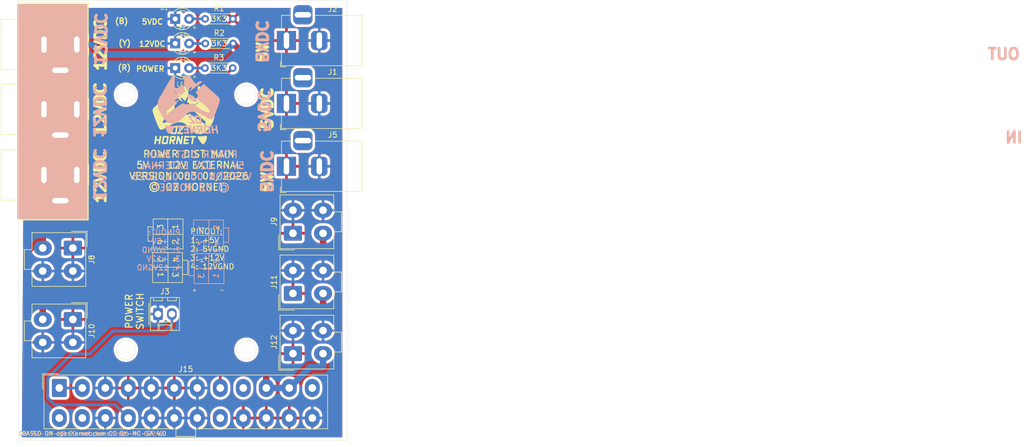
<source format=kicad_pcb>
(kicad_pcb (version 20241229) (generator "pcbnew") (generator_version "9.0")
  (layers (0 "F.Cu" signal) (2 "B.Cu" signal) (13 "F.Paste" user) (15 "B.Paste" user) (5 "F.SilkS" user "F.Silkscreen") (7 "B.SilkS" user "B.Silkscreen") (1 "F.Mask" user) (3 "B.Mask" user) (25 "Edge.Cuts" user))
  (net 0 "")
  (net 1 "/5VDC")
  (net 2 "Net-(D1-A)")
  (net 3 "Net-(D2-A)")
  (net 4 "/12VDC")
  (net 5 "/PSUSW")
  (net 11 "/POWER")
  (net 12 "Net-(D3-A)")
  (net 13 "/GND")
  (net 14 "/3.3VDC")
  (footprint "Connector_BarrelJack:BarrelJack_Horizontal" (layer "F.Cu") (at 109.316 43.4575 180)
    (property "Reference" "J2")
    (property "Value" "Conn_01x02_Socket")
  )
  (footprint "LED_THT:LED_D3.0mm" (layer "F.Cu") (at 89 39.5)
    (property "Reference" "D1")
    (property "Value" "LED")
  )
  (footprint "Connector_Molex:Molex_Mini-Fit_Jr_5566-04A_2x02_P4.20mm_Vertical" (layer "F.Cu") (at 70.306 94.454 -90)
    (property "Reference" "J10")
    (property "Value" "Mini-Fit Jr. 2x02")
  )
  (footprint "Connector_Molex:Molex_Mini-Fit_Jr_5566-24A_2x12_P4.20mm_Vertical" (layer "F.Cu") (at 67.832 106.986)
    (property "Reference" "J15")
    (property "Value" "Conn_01x24_Female")
  )
  (footprint "Resistor_THT:R_Axial_DIN0204_L3.6mm_D1.6mm_P5.08mm_Horizontal" (layer "F.Cu") (at 94.42 48.5)
    (property "Reference" "R3")
    (property "Value" "3K3")
  )
  (footprint "Connector_Molex:Molex_Mini-Fit_Jr_5566-04A_2x02_P4.20mm_Vertical" (layer "F.Cu") (at 70.306 81.404 -90)
    (property "Reference" "J8")
    (property "Value" "Mini-Fit Jr. 2x02")
  )
  (footprint "Connector_Molex:Molex_Mini-Fit_Jr_5566-04A_2x02_P4.20mm_Vertical" (layer "F.Cu") (at 110.5 89.7 90)
    (property "Reference" "J11")
    (property "Value" "Mini-Fit Jr. 2x02")
  )
  (footprint "Resistor_THT:R_Axial_DIN0204_L3.6mm_D1.6mm_P5.08mm_Horizontal" (layer "F.Cu") (at 94.5 44)
    (property "Reference" "R2")
    (property "Value" "3K3")
  )
  (footprint "Connector_BarrelJack:BarrelJack_Horizontal" (layer "F.Cu") (at 71.024 68.0425)
    (property "Reference" "J7")
    (property "Value" "Conn_01x02_Socket")
  )
  (footprint "Connector_Molex:Molex_KK-254_AE-6410-02A_1x02_P2.54mm_Vertical" (layer "F.Cu") (at 85.852 93.472)
    (property "Reference" "J3")
    (property "Value" "Conn_01x02_Female")
  )
  (footprint "Connector_BarrelJack:BarrelJack_Horizontal" (layer "F.Cu") (at 109.316 54.9575 180)
    (property "Reference" "J1")
    (property "Value" "Conn_01x02_Socket")
  )
  (footprint "Connector_BarrelJack:BarrelJack_Horizontal" (layer "F.Cu") (at 109.316 66.4575 180)
    (property "Reference" "J5")
    (property "Value" "Conn_01x02_Socket")
  )
  (footprint "Resistor_THT:R_Axial_DIN0204_L3.6mm_D1.6mm_P5.08mm_Horizontal" (layer "F.Cu") (at 94.46 39.5)
    (property "Reference" "R1")
    (property "Value" "3K3")
  )
  (footprint "Connector_Molex:Molex_Mini-Fit_Jr_5566-04A_2x02_P4.20mm_Vertical" (layer "F.Cu") (at 110.5 78.7 90)
    (property "Reference" "J9")
    (property "Value" "Mini-Fit Jr. 2x02")
  )
  (footprint "LED_THT:LED_D3.0mm" (layer "F.Cu") (at 89 48.5)
    (property "Reference" "D3")
    (property "Value" "LED")
  )
  (footprint "Connector_BarrelJack:BarrelJack_Horizontal" (layer "F.Cu") (at 71.024 56.0425)
    (property "Reference" "J4")
    (property "Value" "Conn_01x02_Socket")
  )
  (footprint "Connector_Molex:Molex_Mini-Fit_Jr_5566-04A_2x02_P4.20mm_Vertical" (layer "F.Cu") (at 110.5 100.7 90)
    (property "Reference" "J12")
    (property "Value" "Mini-Fit Jr. 2x02")
  )
  (footprint "LED_THT:LED_D3.0mm" (layer "F.Cu") (at 89 44)
    (property "Reference" "D2")
    (property "Value" "LED")
  )
  (footprint "Connector_BarrelJack:BarrelJack_Horizontal" (layer "F.Cu") (at 71.024 44.196)
    (property "Reference" "J6")
    (property "Value" "Conn_01x02_Socket")
  )
  (gr_line (start 84.9868 81.5696) (end 90.4224 81.5696) (stroke (width 0.12)) (layer "F.SilkS"))
  (gr_line (start 84.8852 87.7164) (end 90.3208 87.7164) (stroke (width 0.12)) (layer "F.SilkS"))
  (gr_rect (start 60.452 36.576) (end 73.152 76.3) (stroke (width 0.1)) (fill yes) (layer "F.SilkS"))
  (gr_line (start 91.2876 86.2524) (end 90.3876 86.2524) (stroke (width 0.12)) (layer "F.SilkS"))
  (gr_line (start 90.4224 81.5696) (end 90.4224 76.0832) (stroke (width 0.12)) (layer "F.SilkS"))
  (gr_poly (pts (xy 89.478134 55.799979) (xy 89.497209 55.802889) (xy 89.535363 55.808606) (xy 89.554336 55.811767) (xy 89.573169 55.815365) (xy 89.591811 55.819577) (xy 89.601043 55.821969) (xy 89.610207 55.82458) (xy 89.610206 55.82458) (xy 89.633674 55.832449) (xy 89.656519 55.841728) (xy 89.678692 55.852357) (xy 89.700144 55.864277) (xy 89.720826 55.877429) (xy 89.740688 55.891752) (xy 89.759682 55.907187) (xy 89.777758 55.923675) (xy 89.794867 55.941156) (xy 89.810959 55.95957) (xy 89.825986 55.978858) (xy 89.839899 55.99896) (xy 89.852648 56.019817) (xy 89.864185 56.041369) (xy 89.874459 56.063556) (xy 89.883422 56.086319) (xy 89.891024 56.109599) (xy 89.897217 56.133335) (xy 89.901952 56.157468) (xy 89.905178 56.181938) (xy 89.906847 56.206687) (xy 89.90691 56.231653) (xy 89.905318 56.256779) (xy 89.902021 56.282003) (xy 89.89697 56.307268) (xy 89.890117 56.332512) (xy 89.881411 56.357676) (xy 89.870804 56.382701) (xy 89.858246 56.407527) (xy 89.843689 56.432095) (xy 89.827083 56.456345) (xy 89.808379 56.480218) (xy 89.807164 56.481652) (xy 89.805902 56.483077) (xy 89.804595 56.484487) (xy 89.803245 56.485877) (xy 89.801855 56.487245) (xy 89.800426 56.488585) (xy 89.798963 56.489893) (xy 89.797465 56.491165) (xy 89.795937 56.492396) (xy 89.79438 56.493584) (xy 89.792797 56.494722) (xy 89.79119 56.495807) (xy 89.789561 56.496835) (xy 89.787912 56.497802) (xy 89.786247 56.498702) (xy 89.784567 56.499532) (xy 89.752052 56.514812) (xy 89.719512 56.529893) (xy 89.686824 56.544478) (xy 89.670385 56.551492) (xy 89.653863 56.55827) (xy 89.641873 56.562921) (xy 89.629816 56.567249) (xy 89.617693 56.571255) (xy 89.605506 56.574939) (xy 89.593255 56.5783) (xy 89.580942 56.581338) (xy 89.568567 56.584054) (xy 89.556132 56.586448) (xy 89.543639 56.588519) (xy 89.531087 56.590268) (xy 89.518479 56.591694) (xy 89.505816 56.592798) (xy 89.493098 56.593579) (xy 89.480328 56.594038) (xy 89.467505 56.594175) (xy 89.454631 56.593989) (xy 89.426866 56.592524) (xy 89.399713 56.589648) (xy 89.373154 56.58541) (xy 89.347169 56.579854) (xy 89.32174 56.573029) (xy 89.296846 56.564981) (xy 89.272468 56.555757) (xy 89.248587 56.545405) (xy 89.225184 56.53397) (xy 89.202238 56.5215) (xy 89.179732 56.508041) (xy 89.157645 56.493641) (xy 89.135958 56.478347) (xy 89.114651 56.462205) (xy 89.093706 56.445263) (xy 89.073102 56.427566) (xy 89.063835 56.419125) (xy 89.054898 56.410463) (xy 89.046313 56.401572) (xy 89.038099 56.392442) (xy 89.030277 56.383065) (xy 89.022868 56.37343) (xy 89.015893 56.363528) (xy 89.009371 56.35335) (xy 89.003324 56.342887) (xy 88.997771 56.33213) (xy 88.992734 56.321069) (xy 88.988233 56.309694) (xy 88.984289 56.297997) (xy 88.980921 56.285968) (xy 88.978152 56.273598) (xy 88.976 56.260878) (xy 88.975654 56.257792) (xy 88.975416 56.254783) (xy 88.975295 56.251844) (xy 88.975298 56.248972) (xy 88.975434 56.246162) (xy 88.975712 56.24341) (xy 88.976141 56.24071) (xy 88.976728 56.238058) (xy 88.977483 56.23545) (xy 88.978414 56.23288) (xy 88.979529 56.230345) (xy 88.980837 56.227839) (xy 88.982347 56.225357) (xy 88.984067 56.222896) (xy 88.986006 56.220451) (xy 88.988171 56.218016) (xy 89.153734 56.040216) (xy 89.23597 55.950869) (xy 89.317313 55.860828) (xy 89.324711 55.852856) (xy 89.332229 55.845418) (xy 89.339885 55.83853) (xy 89.347695 55.832204) (xy 89.355673 55.826454) (xy 89.363836 55.821296) (xy 89.3722 55.816742) (xy 89.38078 55.812806) (xy 89.389593 55.809503) (xy 89.398654 55.806847) (xy 89.40798 55.804851) (xy 89.417586 55.803529) (xy 89.427488 55.802896) (xy 89.437702 55.802965) (xy 89.448244 55.80375) (xy 89.45913 55.805266) (xy 89.45913 55.796799)) (stroke (width -0.000001)) (fill yes) (layer "F.SilkS"))
  (gr_line (start 84.92 80.1472) (end 84.02 80.1472) (stroke (width 0.12)) (layer "F.SilkS"))
  (gr_line (start 84.9868 78.8772) (end 90.3716 78.8772) (stroke (width 0.12)) (layer "F.SilkS"))
  (gr_line (start 87.6284 76.0832) (end 87.6284 81.5696) (stroke (width 0.12)) (layer "F.SilkS"))
  (gr_line (start 84.8852 82.23) (end 84.8852 87.7164) (stroke (width 0.12)) (layer "F.SilkS"))
  (gr_poly (pts (xy 89.980359 61.78432) (xy 90.119794 60.90749) (xy 90.43068 60.90749) (xy 90.195465 62.39683) (xy 89.854417 62.39683) (xy 89.565492 61.531908) (xy 89.429761 62.39683) (xy 89.118875 62.39683) (xy 89.35409 60.90749) (xy 89.689317 60.90749)) (stroke (width -0.000001)) (fill yes) (layer "F.SilkS"))
  (gr_poly (pts (xy 93.349085 51.781204) (xy 93.393619 51.800203) (xy 93.442675 51.831079) (xy 93.49645 51.874526) (xy 93.555143 51.931238) (xy 93.863516 52.395727) (xy 94.157802 52.86952) (xy 94.441875 53.350067) (xy 94.719608 53.834815) (xy 95.271541 54.806709) (xy 95.553487 55.28875) (xy 95.844583 55.764785) (xy 95.844055 55.763729) (xy 95.913065 55.884726) (xy 95.974321 56.006233) (xy 96.027937 56.12827) (xy 96.074027 56.250855) (xy 96.112708 56.37401) (xy 96.144092 56.497753) (xy 96.168296 56.622105) (xy 96.185433 56.747085) (xy 96.195619 56.872714) (xy 96.198968 56.99901) (xy 96.195596 57.125993) (xy 96.185615 57.253684) (xy 96.169142 57.382102) (xy 96.146291 57.511267) (xy 96.117177 57.641198) (xy 96.081915 57.771916) (xy 96.027912 57.944758) (xy 95.968573 58.112299) (xy 95.904009 58.274913) (xy 95.834335 58.432973) (xy 95.759665 58.586851) (xy 95.680112 58.736922) (xy 95.595789 58.883557) (xy 95.50681 59.027132) (xy 95.413289 59.168018) (xy 95.315339 59.306589) (xy 95.213074 59.443219) (xy 95.106607 59.57828) (xy 94.996052 59.712145) (xy 94.881523 59.845189) (xy 94.763132 59.977784) (xy 94.640995 60.110303) (xy 94.555546 60.193354) (xy 94.46259 60.268219) (xy 94.362836 60.334814) (xy 94.256994 60.393052) (xy 94.145771 60.442847) (xy 94.029879 60.484113) (xy 93.910025 60.516764) (xy 93.78692 60.540714) (xy 93.661272 60.555877) (xy 93.533791 60.562167) (xy 93.405186 60.559498) (xy 93.276167 60.547783) (xy 93.147441 60.526938) (xy 93.01972 60.496875) (xy 92.893712 60.457509) (xy 92.770126 60.408753) (xy 92.733746 60.392442) (xy 92.697471 60.375366) (xy 92.661352 60.357531) (xy 92.625445 60.338949) (xy 92.589802 60.319627) (xy 92.554479 60.299574) (xy 92.519529 60.2788) (xy 92.485005 60.257312) (xy 92.450962 60.235121) (xy 92.417453 60.212236) (xy 92.384533 60.188664) (xy 92.352255 60.164415) (xy 92.320673 60.139498) (xy 92.28984 60.113921) (xy 92.259812 60.087694) (xy 92.230642 60.060826) (xy 92.078584 59.916692) (xy 91.929327 59.777503) (xy 91.63642 59.506359) (xy 91.491377 59.370603) (xy 91.346342 59.232189) (xy 91.200619 59.089217) (xy 91.05351 58.939787) (xy 90.965 58.848248) (xy 90.87357 58.76639) (xy 90.779403 58.693884) (xy 90.682683 58.630399) (xy 90.583591 58.575606) (xy 90.482312 58.529174) (xy 90.379027 58.490773) (xy 90.27392 58.460073) (xy 90.167172 58.436743) (xy 90.058968 58.420455) (xy 89.949489 58.410877) (xy 89.838919 58.40768) (xy 89.727441 58.410533) (xy 89.615236 58.419106) (xy 89.502488 58.43307) (xy 89.38938 58.452094) (xy 89.162815 58.504001) (xy 88.937001 58.572187) (xy 88.713403 58.65401) (xy 88.493481 58.746831) (xy 88.278698 58.848008) (xy 88.070517 58.9549) (xy 87.870399 59.064867) (xy 87.679808 59.175266) (xy 87.149749 59.499744) (xy 87.01442 59.575911) (xy 86.945718 59.611705) (xy 86.876174 59.6456) (xy 86.805676 59.677313) (xy 86.734114 59.706564) (xy 86.661373 59.733072) (xy 86.587344 59.756555) (xy 86.544759 59.767292) (xy 86.524388 59.771659) (xy 86.504606 59.775345) (xy 86.485392 59.778341) (xy 86.466726 59.780637) (xy 86.448588 59.782226) (xy 86.430959 59.783096) (xy 86.413817 59.78324) (xy 86.397145 59.782647) (xy 86.380921 59.781308) (xy 86.365125 59.779214) (xy 86.349738 59.776356) (xy 86.334739 59.772725) (xy 86.320109 59.76831) (xy 86.305827 59.763104) (xy 86.291874 59.757095) (xy 86.27823 59.750276) (xy 86.264875 59.742637) (xy 86.251788 59.734169) (xy 86.23895 59.724862) (xy 86.226341 59.714707) (xy 86.213941 59.703694) (xy 86.20173 59.691815) (xy 86.189688 59.67906) (xy 86.177795 59.66542) (xy 86.166031 59.650885) (xy 86.154376 59.635446) (xy 86.14281 59.619094) (xy 86.131314 59.60182) (xy 86.119866 59.583614) (xy 86.108448 59.564468) (xy 86.065748 59.490091) (xy 86.023823 59.415193) (xy 85.982753 59.339774) (xy 85.94262 59.263835) (xy 85.903504 59.187374) (xy 85.865486 59.110393) (xy 85.828646 59.032891) (xy 85.793065 58.954867) (xy 85.662939 58.656218) (xy 85.538271 58.355582) (xy 85.41906 58.052955) (xy 85.305305 57.748334) (xy 85.197008 57.441717) (xy 85.094168 57.133099) (xy 84.996785 56.822479) (xy 84.904858 56.509852) (xy 84.888749 56.446262) (xy 84.882374 56.415095) (xy 84.877114 56.384336) (xy 84.872965 56.353979) (xy 84.869924 56.324016) (xy 84.867987 56.294439) (xy 84.867151 56.265241) (xy 84.867412 56.236415) (xy 84.868767 56.207953) (xy 84.871212 56.179848) (xy 84.874744 56.152093) (xy 84.879359 56.124679) (xy 84.885053 56.097601) (xy 84.891823 56.070849) (xy 84.899666 56.044417) (xy 84.908578 56.018298) (xy 84.918555 55.992484) (xy 84.929594 55.966967) (xy 84.941691 55.94174) (xy 84.954843 55.916796) (xy 84.969046 55.892127) (xy 84.984297 55.867727) (xy 85.000592 55.843586) (xy 85.036301 55.796058) (xy 85.076144 55.749482) (xy 85.120092 55.7038) (xy 85.168119 55.658953) (xy 86.46881 54.49214) (xy 87.113972 53.903078) (xy 87.433803 53.605571) (xy 87.751246 53.305484) (xy 87.821592 53.37788) (xy 87.891739 53.450475) (xy 87.924821 53.485107) (xy 87.957753 53.519962) (xy 87.990487 53.555064) (xy 88.022973 53.59044) (xy 88.025761 53.593375) (xy 88.028577 53.596126) (xy 88.031427 53.598685) (xy 88.034321 53.601048) (xy 88.037266 53.60321) (xy 88.040269 53.605165) (xy 88.043341 53.606907) (xy 88.046488 53.608432) (xy 88.049718 53.609733) (xy 88.053041 53.610806) (xy 88.056463 53.611644) (xy 88.059994 53.612243) (xy 88.063641 53.612597) (xy 88.067412 53.612701) (xy 88.071316 53.612549) (xy 88.07536 53.612136) (xy 88.079898 53.61161) (xy 88.084292 53.611326) (xy 88.088551 53.611289) (xy 88.092686 53.611508) (xy 88.096709 53.611986) (xy 88.100628 53.612731) (xy 88.104456 53.613749) (xy 88.108202 53.615046) (xy 88.111876 53.616629) (xy 88.115489 53.618502) (xy 88.119053 53.620674) (xy 88.122576 53.623149) (xy 88.12607 53.625935) (xy 88.129544 53.629036) (xy 88.133011 53.63246) (xy 88.136479 53.636213) (xy 88.163408 53.666423) (xy 88.190582 53.696369) (xy 88.245454 53.755706) (xy 88.355819 53.873809) (xy 88.447993 53.973855) (xy 88.539969 54.074098) (xy 88.728617 54.279151) (xy 88.915412 54.482351) (xy 89.155389 54.742965) (xy 89.235624 54.831336) (xy 89.316256 54.9205) (xy 89.30934 54.932222) (xy 89.30584 54.93783) (xy 89.302254 54.943234) (xy 89.298539 54.948407) (xy 89.294653 54.953322) (xy 89.290552 54.957952) (xy 89.286193 54.962271) (xy 89.281533 54.966253) (xy 89.279077 54.968108) (xy 89.27653 54.969869) (xy 89.273886 54.971533) (xy 89.27114 54.973095) (xy 89.268286 54.974552) (xy 89.26532 54.975902) (xy 89.262235 54.97714) (xy 89.259027 54.978264) (xy 89.25569 54.97927) (xy 89.252218 54.980154) (xy 89.248607 54.980914) (xy 89.244851 54.981546) (xy 89.240944 54.982047) (xy 89.236881 54.982413) (xy 89.231571 54.982997) (xy 89.226258 54.983937) (xy 89.220948 54.985205) (xy 89.215644 54.98677) (xy 89.210351 54.988606) (xy 89.205074 54.990682) (xy 89.199815 54.992971) (xy 89.194581 54.995444) (xy 89.189374 54.998071) (xy 89.184199 55.000825) (xy 89.173964 55.006598) (xy 89.154066 55.018396) (xy 89.134221 55.030935) (xy 89.115432 55.044315) (xy 89.097652 55.058497) (xy 89.080835 55.073442) (xy 89.064932 55.089111) (xy 89.049896 55.105465) (xy 89.03568 55.122465) (xy 89.022238 55.140072) (xy 89.009521 55.158245) (xy 88.997482 55.176947) (xy 88.986074 55.196138) (xy 88.975249 55.21578) (xy 88.964961 55.235832) (xy 88.955163 55.256255) (xy 88.945806 55.277011) (xy 88.936843 55.298061) (xy 88.924325 55.330202) (xy 88.913093 55.362702) (xy 88.903045 55.395525) (xy 88.89408 55.428633) (xy 88.886094 55.461989) (xy 88.878986 55.495556) (xy 88.872653 55.529297) (xy 88.866993 55.563174) (xy 88.864211 55.582369) (xy 88.86195 55.601646) (xy 88.86011 55.620984) (xy 88.858593 55.640366) (xy 88.853764 55.717955) (xy 88.851958 55.746373) (xy 88.850424 55.774841) (xy 88.849907 55.789077) (xy 88.849634 55.803308) (xy 88.849666 55.817526) (xy 88.85006 55.831726) (xy 88.852233 55.873859) (xy 88.855195 55.91588) (xy 88.85926 55.957727) (xy 88.864744 55.999339) (xy 88.868118 56.020038) (xy 88.871966 56.040654) (xy 88.876326 56.06118) (xy 88.88124 56.081608) (xy 88.886745 56.101931) (xy 88.892882 56.122141) (xy 88.899691 56.14223) (xy 88.90721 56.162191) (xy 88.909278 56.167022) (xy 88.911501 56.171819) (xy 88.913861 56.176622) (xy 88.916338 56.181472) (xy 88.921572 56.191472) (xy 88.924291 56.196703) (xy 88.927054 56.202142) (xy 88.870268 56.24216) (xy 88.812489 56.282576) (xy 88.584617 56.441425) (xy 88.357141 56.600869) (xy 88.199847 56.71292) (xy 88.121695 56.769715) (xy 88.044139 56.827352) (xy 87.979321 56.87678) (xy 87.915122 56.9271) (xy 87.851667 56.978413) (xy 87.820258 57.004473) (xy 87.789081 57.030817) (xy 87.712939 57.09669) (xy 87.637541 57.163506) (xy 87.487985 57.298576) (xy 87.451452 57.33233) (xy 87.433352 57.349395) (xy 87.41539 57.366606) (xy 87.39759 57.383978) (xy 87.379973 57.401527) (xy 87.362561 57.419268) (xy 87.345375 57.437217) (xy 87.289787 57.496754) (xy 87.235238 57.557169) (xy 87.181873 57.618569) (xy 87.129839 57.681064) (xy 87.07928 57.744762) (xy 87.030343 57.809771) (xy 86.983173 57.876201) (xy 86.937917 57.944159) (xy 86.901469 58.002607) (xy 86.866802 58.061898) (xy 86.834007 58.122083) (xy 86.803178 58.18321) (xy 86.774407 58.245329) (xy 86.747789 58.30849) (xy 86.723415 58.372743) (xy 86.701379 58.438136) (xy 86.69878 58.446589) (xy 86.696311 58.455107) (xy 86.69159 58.472499) (xy 86.6818 58.509838) (xy 86.725919 58.510202) (xy 86.746764 58.510173) (xy 86.757034 58.509965) (xy 86.767261 58.509574) (xy 86.791069 58.508185) (xy 86.814852 58.506399) (xy 86.838586 58.504216) (xy 86.862246 58.501636) (xy 86.973437 58.489465) (xy 87.028933 58.482735) (xy 87.056613 58.478992) (xy 87.084231 58.474914) (xy 87.141779 58.465287) (xy 87.198936 58.454107) (xy 87.255709 58.441432) (xy 87.312104 58.427322) (xy 87.368126 58.411835) (xy 87.423783 58.39503) (xy 87.47908 58.376967) (xy 87.534023 58.357703) (xy 87.607862 58.33024) (xy 87.644616 58.315971) (xy 87.68123 58.301314) (xy 87.717683 58.286248) (xy 87.753954 58.270751) (xy 87.790019 58.254801) (xy 87.825858 58.238377) (xy 87.911261 58.197915) (xy 87.953785 58.177166) (xy 87.996117 58.155991) (xy 88.038202 58.134333) (xy 88.079982 58.112133) (xy 88.121403 58.08933) (xy 88.162408 58.065868) (xy 88.212145 58.036494) (xy 88.261552 58.006547) (xy 88.31065 57.976073) (xy 88.359457 57.945119) (xy 88.456269 57.881953) (xy 88.552139 57.817424) (xy 88.600051 57.784279) (xy 88.647596 57.750604) (xy 88.741912 57.682123) (xy 88.9297 57.543845) (xy 89.260165 57.303339) (xy 89.564965 57.080295) (xy 89.697488 56.983259) (xy 89.829812 56.885826) (xy 89.832083 56.884249) (xy 89.834334 56.882885) (xy 89.836571 56.881723) (xy 89.8388 56.880753) (xy 89.841025 56.879965) (xy 89.843253 56.879347) (xy 89.845489 56.87889) (xy 89.847738 56.878583) (xy 89.850005 56.878415) (xy 89.852297 56.878377) (xy 89.854618 56.878457) (xy 89.856973 56.878645) (xy 89.85937 56.878931) (xy 89.861811 56.879304) (xy 89.864304 56.879754) (xy 89.866854 56.88027) (xy 90.169438 56.941984) (xy 90.472221 57.002507) (xy 90.489036 57.005665) (xy 90.505934 57.008427) (xy 90.522901 57.010841) (xy 90.539921 57.012958) (xy 90.556978 57.014827) (xy 90.574056 57.016497) (xy 90.608216 57.01944) (xy 90.672514 57.024422) (xy 90.736837 57.028932) (xy 90.801209 57.032797) (xy 90.865656 57.035844) (xy 90.88432 57.036305) (xy 90.903003 57.036353) (xy 90.921699 57.036072) (xy 90.940401 57.035547) (xy 91.015145 57.032669) (xy 91.067401 57.031214) (xy 91.080495 57.030711) (xy 91.093578 57.030065) (xy 91.106635 57.029233) (xy 91.119656 57.028171) (xy 91.161946 57.023962) (xy 91.204033 57.018857) (xy 91.245834 57.01253) (xy 91.266602 57.008807) (xy 91.287269 57.004657) (xy 91.307824 57.000038) (xy 91.328258 56.99491) (xy 91.348559 56.989233) (xy 91.368719 56.982965) (xy 91.388727 56.976066) (xy 91.408573 56.968496) (xy 91.428247 56.960214) (xy 91.447739 56.951178) (xy 91.449571 56.95026) (xy 91.451395 56.949295) (xy 91.453207 56.948284) (xy 91.455007 56.94723) (xy 91.456791 56.946133) (xy 91.458557 56.944997) (xy 91.460303 56.943822) (xy 91.462027 56.942612) (xy 91.463725 56.941367) (xy 91.465397 56.94009) (xy 91.467039 56.938784) (xy 91.468649 56.937448) (xy 91.470226 56.936087) (xy 91.471765 56.934701) (xy 91.473266 56.933292) (xy 91.474726 56.931863) (xy 91.501065 56.905971) (xy 91.527279 56.879906) (xy 91.553345 56.853691) (xy 91.579237 56.827353) (xy 91.580749 56.825829) (xy 91.582218 56.824437) (xy 91.583655 56.823187) (xy 91.585074 56.822086) (xy 91.586487 56.821143) (xy 91.587195 56.820734) (xy 91.587906 56.820367) (xy 91.588622 56.820044) (xy 91.589344 56.819766) (xy 91.590073 56.819534) (xy 91.590812 56.819349) (xy 91.591562 56.819212) (xy 91.592324 56.819124) (xy 91.5931 56.819087) (xy 91.593892 56.8191) (xy 91.594701 56.819166) (xy 91.595528 56.819285) (xy 91.596376 56.819459) (xy 91.597245 56.819688) (xy 91.598137 56.819974) (xy 91.599054 56.820318) (xy 91.599998 56.82072) (xy 91.60097 56.821182) (xy 91.60197 56.821705) (xy 91.603002 56.822289) (xy 91.604067 56.822937) (xy 91.605165 56.823649) (xy 92.019503 57.09617) (xy 92.508454 57.416844) (xy 92.869081 57.653646) (xy 93.245053 57.899444) (xy 93.298962 57.935031) (xy 93.326016 57.95265) (xy 93.339611 57.961308) (xy 93.353268 57.969823) (xy 93.356499 57.971872) (xy 93.359533 57.973957) (xy 93.362354 57.976091) (xy 93.364943 57.978286) (xy 93.367284 57.980554) (xy 93.368357 57.981719) (xy 93.36936 57.982906) (xy 93.370294 57.984118) (xy 93.371154 57.985356) (xy 93.37194 57.986621) (xy 93.372649 57.987914) (xy 93.373279 57.989238) (xy 93.373828 57.990594) (xy 93.374293 57.991983) (xy 93.374673 57.993406) (xy 93.374965 57.994866) (xy 93.375168 57.996363) (xy 93.375278 57.9979) (xy 93.375295 57.999477) (xy 93.375216 58.001097) (xy 93.375038 58.002761) (xy 93.37476 58.004469) (xy 93.374379 58.006225) (xy 93.373894 58.008029) (xy 93.373302 58.009882) (xy 93.372601 58.011787) (xy 93.371789 58.013744) (xy 93.371208 58.015137) (xy 93.370705 58.01649) (xy 93.370278 58.017804) (xy 93.369926 58.019079) (xy 93.369648 58.020319) (xy 93.369441 58.021523) (xy 93.369305 58.022693) (xy 93.369238 58.023831) (xy 93.369239 58.024939) (xy 93.369307 58.026016) (xy 93.369439 58.027065) (xy 93.369636 58.028087) (xy 93.369894 58.029084) (xy 93.370213 58.030057) (xy 93.370592 58.031006) (xy 93.371028 58.031934) (xy 93.371521 58.032842) (xy 93.37207 58.033731) (xy 93.372672 58.034603) (xy 93.373326 58.035459) (xy 93.374032 58.036299) (xy 93.374787 58.037127) (xy 93.37559 58.037942) (xy 93.37644 58.038747) (xy 93.378274 58.04033) (xy 93.380279 58.041887) (xy 93.382443 58.043428) (xy 93.384754 58.044965) (xy 93.918418 58.395009) (xy 94.258408 58.618581) (xy 94.292556 58.64153) (xy 94.326605 58.664652) (xy 94.343716 58.676053) (xy 94.360951 58.687228) (xy 94.37836 58.698087) (xy 94.395992 58.708539) (xy 94.398185 58.709839) (xy 94.400253 58.71116) (xy 94.402199 58.712501) (xy 94.404026 58.713863) (xy 94.405737 58.715247) (xy 94.407336 58.716652) (xy 94.408825 58.718079) (xy 94.410209 58.719528) (xy 94.41149 58.721) (xy 94.412671 58.722494) (xy 94.413756 58.724012) (xy 94.414749 58.725553) (xy 94.415651 58.727117) (xy 94.416467 58.728706) (xy 94.4172 58.730318) (xy 94.417853 58.731956) (xy 94.418931 58.735305) (xy 94.419729 58.738755) (xy 94.420272 58.74231) (xy 94.420585 58.74597) (xy 94.420696 58.749739) (xy 94.420629 58.753619) (xy 94.420412 58.757612) (xy 94.420069 58.761721) (xy 94.419098 58.771345) (xy 94.41801 58.780969) (xy 94.415703 58.800218) (xy 94.414596 58.809842) (xy 94.413595 58.819467) (xy 94.412755 58.829091) (xy 94.412132 58.838715) (xy 94.410251 58.871739) (xy 94.408593 58.904861) (xy 94.408041 58.921428) (xy 94.407778 58.937983) (xy 94.407881 58.954514) (xy 94.408427 58.971007) (xy 94.408702 58.97583) (xy 94.409126 58.980673) (xy 94.409692 58.98553) (xy 94.410395 58.990396) (xy 94.411228 58.995264) (xy 94.412185 59.000131) (xy 94.41326 59.004989) (xy 94.414446 59.009834) (xy 94.415738 59.014661) (xy 94.417129 59.019464) (xy 94.420184 59.028976) (xy 94.423562 59.038326) (xy 94.427212 59.047472) (xy 94.428451 59.050285) (xy 94.429736 59.052922) (xy 94.431064 59.055382) (xy 94.432433 59.057665) (xy 94.433841 59.059771) (xy 94.435284 59.0617) (xy 94.436762 59.063451) (xy 94.438271 59.065025) (xy 94.439809 59.066422) (xy 94.441374 59.067641) (xy 94.442963 59.068682) (xy 94.444574 59.069545) (xy 94.446205 59.07023) (xy 94.447852 59.070738) (xy 94.449515 59.071067) (xy 94.45119 59.071218) (xy 94.452875 59.071191) (xy 94.454568 59.070986) (xy 94.456266 59.070602) (xy 94.457968 59.070039) (xy 94.459669 59.069298) (xy 94.461369 59.068378) (xy 94.463065 59.067279) (xy 94.464754 59.066001) (xy 94.466435 59.064544) (xy 94.468104 59.062908) (xy 94.469759 59.061093) (xy 94.471398 59.059098) (xy 94.473019 59.056924) (xy 94.474619 59.05457) (xy 94.476196 59.052037) (xy 94.477748 59.049324) (xy 94.480129 59.044872) (xy 94.482414 59.040352) (xy 94.484603 59.035768) (xy 94.486699 59.031125) (xy 94.490617 59.021688) (xy 94.494186 59.012083) (xy 94.497419 59.002355) (xy 94.500333 58.992546) (xy 94.502943 58.982699) (xy 94.505265 58.972859) (xy 94.507344 58.962382) (xy 94.509052 58.9518) (xy 94.510437 58.941131) (xy 94.511549 58.930394) (xy 94.512438 58.919607) (xy 94.513153 58.908789) (xy 94.51426 58.887134) (xy 94.522992 58.677849) (xy 94.528647 58.559977) (xy 94.534898 58.442105) (xy 94.537652 58.397696) (xy 94.540653 58.353337) (xy 94.546804 58.264569) (xy 94.546851 58.262914) (xy 94.546794 58.261276) (xy 94.546636 58.259655) (xy 94.546378 58.258053) (xy 94.546021 58.256473) (xy 94.545568 58.254917) (xy 94.545021 58.253386) (xy 94.544382 58.251882) (xy 94.543651 58.250407) (xy 94.542832 58.248963) (xy 94.541926 58.247551) (xy 94.540935 58.246175) (xy 94.53986 58.244835) (xy 94.538704 58.243534) (xy 94.537468 58.242273) (xy 94.536155 58.241054) (xy 94.533302 58.238752) (xy 94.530159 58.236641) (xy 94.526743 58.234737) (xy 94.523066 58.233055) (xy 94.519145 58.23161) (xy 94.514994 58.230418) (xy 94.510627 58.229493) (xy 94.506059 58.22885) (xy 94.503215 58.228504) (xy 94.500279 58.228111) (xy 94.497306 58.227748) (xy 94.495822 58.227603) (xy 94.494351 58.227494) (xy 94.492898 58.227432) (xy 94.49147 58.227427) (xy 94.490075 58.227487) (xy 94.48872 58.227622) (xy 94.487411 58.227843) (xy 94.486156 58.228159) (xy 94.48555 58.228356) (xy 94.484961 58.22858) (xy 94.484389 58.228832) (xy 94.483834 58.229114) (xy 94.481557 58.230242) (xy 94.479341 58.231197) (xy 94.477183 58.231987) (xy 94.47508 58.232618) (xy 94.473032 58.233096) (xy 94.471035 58.233428) (xy 94.469088 58.23362) (xy 94.467189 58.233679) (xy 94.465336 58.23361) (xy 94.463526 58.23342) (xy 94.461758 58.233117) (xy 94.46003 58.232705) (xy 94.458339 58.232192) (xy 94.456684 58.231583) (xy 94.455062 58.230886) (xy 94.453472 58.230107) (xy 94.451911 58.229251) (xy 94.450378 58.228326) (xy 94.447386 58.226293) (xy 94.444479 58.224058) (xy 94.44164 58.221673) (xy 94.430652 58.211652) (xy 94.277723 58.071688) (xy 94.087223 57.901032) (xy 93.946994 57.773502) (xy 93.738767 57.585648) (xy 93.597215 57.456531) (xy 93.395073 57.274498) (xy 93.296383 57.184275) (xy 93.091331 56.999331) (xy 93.043574 56.955575) (xy 93.019745 56.933735) (xy 92.995816 56.912018) (xy 92.789177 56.725752) (xy 92.653711 56.602985) (xy 92.443631 56.413543) (xy 92.375137 56.351466) (xy 92.306842 56.289189) (xy 92.056281 56.061647) (xy 92.05624 56.061588) (xy 92.056217 56.06151) (xy 92.056209 56.061413) (xy 92.056215 56.061296) (xy 92.056233 56.061159) (xy 92.056262 56.061001) (xy 92.056347 56.060622) (xy 92.056456 56.060156) (xy 92.056578 56.059601) (xy 92.0567 56.058952) (xy 92.056757 56.058592) (xy 92.05681 56.058208) (xy 93.129695 56.610129) (xy 93.142924 56.580495) (xy 93.166075 56.526454) (xy 93.177452 56.49931) (xy 93.188433 56.472016) (xy 93.188842 56.470717) (xy 93.189176 56.469311) (xy 93.189434 56.467817) (xy 93.189615 56.466253) (xy 93.189719 56.464636) (xy 93.189745 56.462984) (xy 93.189691 56.461315) (xy 93.189557 56.459647) (xy 93.189343 56.457997) (xy 93.189048 56.456384) (xy 93.18867 56.454825) (xy 93.18821 56.453338) (xy 93.187665 56.451941) (xy 93.187036 56.450652) (xy 93.18669 56.450054) (xy 93.186322 56.449489) (xy 93.185933 56.448959) (xy 93.185522 56.448468) (xy 93.019629 56.256645) (xy 93.010599 56.246542) (xy 93.001196 56.236938) (xy 92.991454 56.227787) (xy 92.981409 56.219041) (xy 92.971095 56.210656) (xy 92.960549 56.202584) (xy 92.949804 56.194778) (xy 92.938898 56.187192) (xy 92.916738 56.172495) (xy 92.894353 56.158121) (xy 92.872023 56.143697) (xy 92.850031 56.128852) (xy 92.587961 55.947381) (xy 92.325097 55.766902) (xy 92.077712 55.596775) (xy 92.080619 55.594408) (xy 92.083405 55.592079) (xy 92.088725 55.587581) (xy 92.091316 55.585437) (xy 92.093897 55.58338) (xy 92.096497 55.581423) (xy 92.097813 55.580485) (xy 92.099144 55.579577) (xy 92.498664 55.309173) (xy 92.921733 55.0221) (xy 93.127446 54.881805) (xy 93.230476 54.811955) (xy 93.333953 54.7427) (xy 93.337408 54.740323) (xy 93.340731 54.73786) (xy 93.347011 54.73269) (xy 93.352847 54.727228) (xy 93.358295 54.721509) (xy 93.363407 54.715569) (xy 93.368239 54.709446) (xy 93.372845 54.703176) (xy 93.377278 54.696795) (xy 93.394377 54.670891) (xy 93.398764 54.664502) (xy 93.403305 54.658221) (xy 93.408053 54.652084) (xy 93.413063 54.646127) (xy 93.409359 54.6411) (xy 92.015798 55.458927) (xy 92.010234 55.432527) (xy 92.005017 55.40687) (xy 92.002337 55.394306) (xy 91.999502 55.381908) (xy 91.996431 55.369673) (xy 91.993045 55.357592) (xy 91.986549 55.338187) (xy 91.978984 55.319955) (xy 91.970371 55.30289) (xy 91.960732 55.286985) (xy 91.950088 55.272235) (xy 91.938462 55.258635) (xy 91.925874 55.246178) (xy 91.912346 55.234858) (xy 91.897901 55.22467) (xy 91.88256 55.215608) (xy 91.866344 55.207666) (xy 91.849276 55.200839) (xy 91.831377 55.195119) (xy 91.812669 55.190503) (xy 91.793173 55.186983) (xy 91.772911 55.184554) (xy 91.762811 55.183777) (xy 91.752752 55.183225) (xy 91.732735 55.182748) (xy 91.712831 55.183033) (xy 91.693007 55.183992) (xy 91.673232 55.185534) (xy 91.653477 55.187568) (xy 91.633708 55.190006) (xy 91.613897 55.192757) (xy 91.612034 55.192938) (xy 91.610125 55.192989) (xy 91.608177 55.192918) (xy 91.606199 55.192732) (xy 91.604199 55.192437) (xy 91.602185 55.19204) (xy 91.600168 55.191549) (xy 91.598154 55.190971) (xy 91.596152 55.190311) (xy 91.594171 55.189578) (xy 91.59222 55.188779) (xy 91.590307 55.18792) (xy 91.58844 55.187008) (xy 91.586629 55.18605) (xy 91.58488 55.185053) (xy 91.583204 55.184025) (xy 91.580812 55.182376) (xy 91.57849 55.180614) (xy 91.576227 55.178757) (xy 91.574014 55.176824) (xy 91.57184 55.174831) (xy 91.569694 55.172798) (xy 91.565444 55.168679) (xy 91.561183 55.16461) (xy 91.559021 55.162639) (xy 91.556825 55.160734) (xy 91.554584 55.158912) (xy 91.552287 55.157192) (xy 91.549925 55.155591) (xy 91.547486 55.154127) (xy 91.545784 55.153175) (xy 91.544198 55.152202) (xy 91.542725 55.151209) (xy 91.541361 55.150196) (xy 91.540103 55.149162) (xy 91.538947 55.148109) (xy 91.537891 55.147035) (xy 91.536931 55.145942) (xy 91.536064 55.144828) (xy 91.535286 55.143694) (xy 91.534594 55.14254) (xy 91.533984 55.141365) (xy 91.533454 55.140171) (xy 91.533 55.138956) (xy 91.532618 55.137721) (xy 91.532305 55.136466) (xy 91.532059 55.135191) (xy 91.531875 55.133896) (xy 91.531681 55.131245) (xy 91.531697 55.128513) (xy 91.531896 55.125701) (xy 91.532252 55.122808) (xy 91.532738 55.119835) (xy 91.533992 55.113646) (xy 91.536022 55.103975) (xy 91.53774 55.094313) (xy 91.53914 55.084661) (xy 91.540214 55.075021) (xy 91.540955 55.065395) (xy 91.541355 55.055784) (xy 91.541407 55.046192) (xy 91.541103 55.036619) (xy 91.540437 55.027068) (xy 91.5394 55.017541) (xy 91.537986 55.008039) (xy 91.536188 54.998565) (xy 91.533997 54.98912) (xy 91.531406 54.979706) (xy 91.528408 54.970326) (xy 91.524997 54.960981) (xy 91.520763 54.950859) (xy 91.516109 54.941121) (xy 91.511047 54.931754) (xy 91.505591 54.922745) (xy 91.499753 54.914082) (xy 91.493547 54.905752) (xy 91.486986 54.897742) (xy 91.480083 54.89004) (xy 91.472852 54.882632) (xy 91.465305 54.875506) (xy 91.457456 54.868649) (xy 91.449317 54.862048) (xy 91.440903 54.85569) (xy 91.432226 54.849563) (xy 91.423299 54.843654) (xy 91.414136 54.83795) (xy 91.397752 54.82849) (xy 91.38115 54.819727) (xy 91.364344 54.811622) (xy 91.347345 54.804133) (xy 91.330167 54.797221) (xy 91.312821 54.790846) (xy 91.29532 54.784967) (xy 91.277677 54.779543) (xy 91.259903 54.774535) (xy 91.242012 54.769903) (xy 91.205925 54.761601) (xy 91.169516 54.754317) (xy 91.132884 54.747727) (xy 91.130303 54.747207) (xy 91.127712 54.746644) (xy 91.122466 54.745412) (xy 91.111452 54.7427) (xy 91.632152 53.341202) (xy 91.748731 53.459022) (xy 91.809703 53.517164) (xy 91.872336 53.574346) (xy 91.936535 53.630229) (xy 92.002204 53.684479) (xy 92.069248 53.736757) (xy 92.137572 53.786727) (xy 92.207081 53.834053) (xy 92.277679 53.878397) (xy 92.34927 53.919422) (xy 92.42176 53.956793) (xy 92.495053 53.990171) (xy 92.569053 54.01922) (xy 92.643666 54.043604) (xy 92.718796 54.062986) (xy 92.736266 54.065356) (xy 92.753493 54.067109) (xy 92.770465 54.068245) (xy 92.787169 54.068762) (xy 92.803591 54.068662) (xy 92.81972 54.067944) (xy 92.835541 54.066607) (xy 92.851042 54.064652) (xy 92.866211 54.062077) (xy 92.881033 54.058883) (xy 92.895497 54.05507) (xy 92.909589 54.050637) (xy 92.923297 54.045585) (xy 92.936606 54.039912) (xy 92.949506 54.033618) (xy 92.961981 54.026704) (xy 92.974021 54.01917) (xy 92.985611 54.011014) (xy 92.996739 54.002236) (xy 93.007391 53.992837) (xy 93.017555 53.982816) (xy 93.027219 53.972174) (xy 93.036368 53.960908) (xy 93.04499 53.94902) (xy 93.053073 53.93651) (xy 93.060602 53.923376) (xy 93.067566 53.909619) (xy 93.073951 53.895238) (xy 93.079745 53.880234) (xy 93.084934 53.864605) (xy 93.089505 53.848352) (xy 93.093446 53.831475) (xy 93.106893 53.761129) (xy 93.117874 53.689935) (xy 93.126407 53.618116) (xy 93.132505 53.54589) (xy 93.136185 53.473479) (xy 93.137462 53.401101) (xy 93.136351 53.328978) (xy 93.132869 53.257329) (xy 93.102557 52.828076) (xy 93.089653 52.526974) (xy 93.089314 52.374213) (xy 93.095165 52.227373) (xy 93.108793 52.091998) (xy 93.119019 52.030344) (xy 93.131783 51.973635) (xy 93.147285 51.922566) (xy 93.165721 51.877829) (xy 93.187292 51.840117) (xy 93.212194 51.810125) (xy 93.240626 51.788544) (xy 93.272786 51.776068) (xy 93.308873 51.773391)) (stroke (width -0.000001)) (fill yes) (layer "F.SilkS"))
  (gr_poly (pts (xy 90.86797 51.863107) (xy 90.979762 51.876903) (xy 91.091776 51.89611) (xy 91.202563 51.919381) (xy 91.310676 51.945367) (xy 91.687451 52.049506) (xy 91.546725 52.337703) (xy 91.477491 52.477833) (xy 91.406993 52.615979) (xy 91.389762 52.651536) (xy 91.375272 52.68686) (xy 91.363516 52.721934) (xy 91.354489 52.756741) (xy 91.348185 52.791264) (xy 91.344596 52.825487) (xy 91.343718 52.859392) (xy 91.345543 52.892964) (xy 91.350066 52.926186) (xy 91.35728 52.95904) (xy 91.367179 52.991511) (xy 91.379757 53.023582) (xy 91.395008 53.055235) (xy 91.412925 53.086455) (xy 91.433502 53.117224) (xy 91.456734 53.147526) (xy 91.474982 53.168457) (xy 91.493578 53.189562) (xy 91.531611 53.232193) (xy 91.512958 53.232557) (xy 91.503632 53.232677) (xy 91.494305 53.232722) (xy 91.493727 53.232741) (xy 91.493135 53.232798) (xy 91.492531 53.232891) (xy 91.491916 53.233018) (xy 91.491291 53.233178) (xy 91.490659 53.233371) (xy 91.49002 53.233594) (xy 91.489377 53.233847) (xy 91.488083 53.234434) (xy 91.486789 53.235122) (xy 91.485508 53.2359) (xy 91.484251 53.236757) (xy 91.483032 53.237682) (xy 91.481862 53.238665) (xy 91.480754 53.239694) (xy 91.47972 53.240759) (xy 91.478773 53.241849) (xy 91.477926 53.242952) (xy 91.47719 53.244059) (xy 91.476868 53.24461) (xy 91.476578 53.245158) (xy 91.235013 53.731197) (xy 91.091874 54.021445) (xy 90.933917 54.341856) (xy 90.886888 54.438296) (xy 90.839461 54.536324) (xy 90.826765 54.525555) (xy 90.81449 54.515257) (xy 90.808519 54.510184) (xy 90.802663 54.505108) (xy 90.796924 54.499988) (xy 90.791307 54.494785) (xy 90.76298 54.467864) (xy 90.734752 54.440744) (xy 90.678594 54.386306) (xy 90.584436 54.295653) (xy 90.561012 54.272889) (xy 90.537765 54.249942) (xy 90.514761 54.226741) (xy 90.492063 54.203214) (xy 90.474755 54.18565) (xy 90.456988 54.16874) (xy 90.438797 54.152431) (xy 90.42022 54.136671) (xy 90.401292 54.121408) (xy 90.382051 54.106588) (xy 90.342772 54.078066) (xy 90.302674 54.050686) (xy 90.262049 54.024025) (xy 90.180384 53.971175) (xy 90.177927 53.96957) (xy 90.175424 53.968022) (xy 90.170321 53.965052) (xy 90.160011 53.959302) (xy 90.154964 53.956341) (xy 90.152503 53.9548) (xy 90.150097 53.953204) (xy 90.147757 53.951541) (xy 90.145491 53.9498) (xy 90.14331 53.94797) (xy 90.141225 53.946039) (xy 90.139164 53.944124) (xy 90.137098 53.942345) (xy 90.135026 53.940699) (xy 90.132948 53.939183) (xy 90.130864 53.937794) (xy 90.128773 53.936528) (xy 90.126675 53.935381) (xy 90.124569 53.934352) (xy 90.122455 53.933436) (xy 90.120332 53.932631) (xy 90.118201 53.931932) (xy 90.116059 53.931338) (xy 90.113908 53.930844) (xy 90.111747 53.930447) (xy 90.107392 53.929933) (xy 90.10299 53.929769) (xy 90.098538 53.929929) (xy 90.094033 53.930388) (xy 90.08947 53.931119) (xy 90.084848 53.932097) (xy 90.080161 53.933295) (xy 90.075407 53.934688) (xy 90.070582 53.93625) (xy 90.056061 53.940896) (xy 90.041482 53.945341) (xy 90.012208 53.953811) (xy 89.953636 53.970381) (xy 89.952847 53.970644) (xy 89.952065 53.970938) (xy 89.951281 53.971263) (xy 89.95049 53.971617) (xy 89.94886 53.972413) (xy 89.947121 53.973324) (xy 89.943106 53.975478) (xy 89.940726 53.976715) (xy 89.938026 53.978054) (xy 90.462959 54.755135) (xy 90.458725 54.759898) (xy 90.377234 54.699573) (xy 89.878494 54.328098) (xy 89.450663 54.010333) (xy 88.954569 53.642827) (xy 88.576744 53.361839) (xy 88.109225 53.0155) (xy 88.109755 53.015499) (xy 88.094244 53.003858) (xy 88.086426 52.998012) (xy 88.078534 52.992216) (xy 88.113988 52.958052) (xy 88.149442 52.923689) (xy 88.18056 52.895338) (xy 88.211366 52.870132) (xy 88.241954 52.848094) (xy 88.272416 52.829249) (xy 88.287628 52.821032) (xy 88.302843 52.813623) (xy 88.318073 52.807025) (xy 88.333329 52.801241) (xy 88.348622 52.796273) (xy 88.363965 52.792126) (xy 88.379368 52.788802) (xy 88.394843 52.786304) (xy 88.410402 52.784636) (xy 88.426057 52.7838) (xy 88.441818 52.7838) (xy 88.457697 52.784638) (xy 88.473707 52.786318) (xy 88.489857 52.788843) (xy 88.506161 52.792217) (xy 88.522629 52.796441) (xy 88.539273 52.801519) (xy 88.556104 52.807455) (xy 88.573135 52.814251) (xy 88.590376 52.821911) (xy 88.625535 52.839834) (xy 88.661676 52.861247) (xy 88.706665 52.891058) (xy 88.748745 52.920746) (xy 88.824942 52.979067) (xy 88.891802 53.034844) (xy 88.950861 53.086705) (xy 89.003656 53.133284) (xy 89.051722 53.17321) (xy 89.074461 53.19025) (xy 89.096595 53.205114) (xy 89.118314 53.217631) (xy 89.139811 53.227629) (xy 89.161278 53.234937) (xy 89.182906 53.239385) (xy 89.204888 53.2408) (xy 89.227416 53.239012) (xy 89.250682 53.23385) (xy 89.274878 53.225143) (xy 89.300195 53.212719) (xy 89.326826 53.196408) (xy 89.354962 53.176038) (xy 89.384797 53.151439) (xy 89.416521 53.122438) (xy 89.450327 53.088865) (xy 89.486406 53.05055) (xy 89.524952 53.00732) (xy 89.610207 52.905433) (xy 89.750622 52.709302) (xy 89.888185 52.511137) (xy 90.023019 52.311088) (xy 90.155249 52.109301) (xy 90.182646 52.068182) (xy 90.213174 52.03128) (xy 90.246652 51.998427) (xy 90.282899 51.969454) (xy 90.321733 51.944192) (xy 90.362974 51.922475) (xy 90.406442 51.904131) (xy 90.451954 51.888995) (xy 90.499331 51.876895) (xy 90.548391 51.867666) (xy 90.598953 51.861137) (xy 90.650837 51.85714) (xy 90.757846 51.85607)) (stroke (width -0.000001)) (fill yes) (layer "F.SilkS"))
  (gr_poly (pts (xy 92.775946 61.207793) (xy 92.409498 61.207793) (xy 92.221379 62.39683) (xy 91.910495 62.39683) (xy 92.098613 61.207793) (xy 91.73243 61.207793) (xy 91.779525 60.90749) (xy 92.823042 60.90749)) (stroke (width -0.000001)) (fill yes) (layer "F.SilkS"))
  (gr_poly (pts (xy 90.591017 59.371055) (xy 89.825842 60.267464) (xy 90.446555 60.267464) (xy 90.399459 60.567766) (xy 89.385311 60.567766) (xy 89.43082 60.274872) (xy 90.20499 59.378728) (xy 89.573165 59.378728) (xy 89.620261 59.078425) (xy 90.636525 59.078425)) (stroke (width -0.000001)) (fill yes) (layer "F.SilkS"))
  (gr_line (start 90.3876 83.6524) (end 91.2876 83.6524) (stroke (width 0.12)) (layer "F.SilkS"))
  (gr_line (start 90.4224 76.0832) (end 84.9868 76.0832) (stroke (width 0.12)) (layer "F.SilkS"))
  (gr_poly (pts (xy 91.601196 61.207793) (xy 90.954554 61.207793) (xy 90.907723 61.500951) (xy 91.426571 61.500951) (xy 91.379475 61.801253) (xy 90.860363 61.801253) (xy 90.813531 62.096528) (xy 91.459909 62.096528) (xy 91.412813 62.39683) (xy 90.455815 62.39683) (xy 90.69103 60.90749) (xy 91.648292 60.90749)) (stroke (width -0.000001)) (fill yes) (layer "F.SilkS"))
  (gr_line (start 91.2876 83.6524) (end 91.2876 86.2524) (stroke (width 0.12)) (layer "F.SilkS"))
  (gr_poly (pts (xy 90.327587 55.251448) (xy 90.350609 55.253005) (xy 90.373449 55.255513) (xy 90.396114 55.258935) (xy 90.418608 55.263234) (xy 90.440938 55.268373) (xy 90.463109 55.274316) (xy 90.485127 55.281025) (xy 90.506999 55.288464) (xy 90.52873 55.296597) (xy 90.550325 55.305385) (xy 90.571791 55.314793) (xy 90.593134 55.324783) (xy 90.605736 55.331115) (xy 90.618037 55.337813) (xy 90.630027 55.34488) (xy 90.641697 55.352324) (xy 90.653037 55.36015) (xy 90.664036 55.368362) (xy 90.674686 55.376966) (xy 90.684977 55.385968) (xy 90.694899 55.395373) (xy 90.704442 55.405186) (xy 90.713597 55.415414) (xy 90.722353 55.42606) (xy 90.730702 55.437132) (xy 90.738634 55.448634) (xy 90.746139 55.460571) (xy 90.753206 55.47295) (xy 90.75897 55.484005) (xy 90.764256 55.495041) (xy 90.769066 55.506052) (xy 90.773403 55.517035) (xy 90.777267 55.527983) (xy 90.780661 55.538891) (xy 90.783586 55.549755) (xy 90.786044 55.560568) (xy 90.788036 55.571327) (xy 90.789564 55.582025) (xy 90.790631 55.592658) (xy 90.791237 55.603221) (xy 90.791384 55.613708) (xy 90.791074 55.624114) (xy 90.790309 55.634435) (xy 90.789091 55.644664) (xy 90.78742 55.654798) (xy 90.785299 55.66483) (xy 90.78273 55.674756) (xy 90.779714 55.68457) (xy 90.776253 55.694268) (xy 90.772348 55.703843) (xy 90.768002 55.713292) (xy 90.763215 55.722609) (xy 90.75799 55.731789) (xy 90.752329 55.740826) (xy 90.746232 55.749716) (xy 90.739703 55.758453) (xy 90.732741 55.767032) (xy 90.72535 55.775449) (xy 90.717531 55.783697) (xy 90.709285 55.791773) (xy 90.709285 55.791508) (xy 90.6968 55.80353) (xy 90.68451 55.81575) (xy 90.660305 55.840588) (xy 90.636248 55.865624) (xy 90.624144 55.878093) (xy 90.611919 55.890462) (xy 90.584944 55.917065) (xy 90.557448 55.943941) (xy 90.5 56) (xy 90.511474 55.968466) (xy 90.520898 55.937262) (xy 90.528282 55.906382) (xy 90.533635 55.875823) (xy 90.536967 55.845578) (xy 90.538286 55.815643) (xy 90.537603 55.786013) (xy 90.534925 55.756682) (xy 90.530264 55.727646) (xy 90.523627 55.698899) (xy 90.515024 55.670437) (xy 90.504465 55.642254) (xy 90.491959 55.614345) (xy 90.477515 55.586706) (xy 90.461142 55.559332) (xy 90.44285 55.532216) (xy 90.42266 55.505782) (xy 90.401405 55.481588) (xy 90.379125 55.45955) (xy 90.35586 55.439583) (xy 90.33165 55.421602) (xy 90.306533 55.405522) (xy 90.28055 55.391258) (xy 90.25374 55.378725) (xy 90.226142 55.367838) (xy 90.197796 55.358514) (xy 90.168741 55.350665) (xy 90.139018 55.344209) (xy 90.108665 55.33906) (xy 90.077722 55.335132) (xy 90.046229 55.332342) (xy 90.014225 55.330604) (xy 90.040753 55.317923) (xy 90.067398 55.305803) (xy 90.09423 55.294434) (xy 90.121315 55.284004) (xy 90.134975 55.2792) (xy 90.148724 55.274703) (xy 90.16257 55.270535) (xy 90.176522 55.266719) (xy 90.19059 55.263281) (xy 90.20478 55.260243) (xy 90.219102 55.257629) (xy 90.233565 55.255462) (xy 90.257372 55.252848) (xy 90.280974 55.251333) (xy 90.304377 55.250878)) (stroke (width -0.000001)) (fill yes) (layer "F.SilkS"))
  (gr_line (start 90.3208 84.9224) (end 84.936 84.9224) (stroke (width 0.12)) (layer "F.SilkS"))
  (gr_poly (pts (xy 85.590921 61.500951) (xy 86.077225 61.500951) (xy 86.171152 60.907491) (xy 86.482038 60.907491) (xy 86.246823 62.396831) (xy 85.935938 62.396831) (xy 86.029865 61.801253) (xy 85.543561 61.801253) (xy 85.449634 62.396831) (xy 85.138748 62.396831) (xy 85.373963 60.907491) (xy 85.684848 60.907491)) (stroke (width -0.000001)) (fill yes) (layer "F.SilkS"))
  (gr_line (start 87.6792 87.7164) (end 87.6792 82.23) (stroke (width 0.12)) (layer "F.SilkS"))
  (gr_poly (pts (xy 87.615973 60.907886) (xy 87.629601 60.908458) (xy 87.643104 60.909352) (xy 87.656437 60.910622) (xy 87.669553 60.91232) (xy 87.682407 60.9145) (xy 87.694954 60.917216) (xy 87.707147 60.92052) (xy 87.718941 60.924468) (xy 87.73029 60.929111) (xy 87.741149 60.934504) (xy 87.751471 60.940701) (xy 87.76121 60.947753) (xy 87.770322 60.955716) (xy 87.774629 60.960055) (xy 87.778761 60.964642) (xy 87.778761 60.964641) (xy 87.784959 60.972505) (xy 87.790559 60.980831) (xy 87.795564 60.989642) (xy 87.799977 60.998959) (xy 87.8038 61.008804) (xy 87.807038 61.019201) (xy 87.809692 61.03017) (xy 87.811767 61.041734) (xy 87.813265 61.053916) (xy 87.81419 61.066736) (xy 87.814544 61.080218) (xy 87.81433 61.094382) (xy 87.813553 61.109253) (xy 87.812214 61.12485) (xy 87.810317 61.141198) (xy 87.807865 61.158317) (xy 87.649115 62.157384) (xy 87.645973 62.175668) (xy 87.642453 62.193033) (xy 87.638554 62.209499) (xy 87.634279 62.22509) (xy 87.629627 62.239827) (xy 87.624601 62.253733) (xy 87.619199 62.266831) (xy 87.613425 62.279141) (xy 87.607278 62.290688) (xy 87.600759 62.301492) (xy 87.59387 62.311577) (xy 87.586612 62.320964) (xy 87.578984 62.329676) (xy 87.570989 62.337735) (xy 87.562626 62.345164) (xy 87.553898 62.351984) (xy 87.544804 62.358219) (xy 87.535347 62.363889) (xy 87.525526 62.369018) (xy 87.515343 62.373628) (xy 87.504798 62.377742) (xy 87.493893 62.38138) (xy 87.482628 62.384566) (xy 87.471005 62.387323) (xy 87.446686 62.391634) (xy 87.420943 62.394493) (xy 87.393785 62.396078) (xy 87.365217 62.396567) (xy 86.761967 62.396567) (xy 86.73431 62.396172) (xy 86.720571 62.395597) (xy 86.706954 62.394698) (xy 86.693506 62.393421) (xy 86.680274 62.391711) (xy 86.667305 62.389515) (xy 86.654645 62.386777) (xy 86.642342 62.383444) (xy 86.630443 62.379462) (xy 86.618993 62.374775) (xy 86.608041 62.369331) (xy 86.597634 62.363074) (xy 86.587817 62.355951) (xy 86.578638 62.347907) (xy 86.574303 62.343523) (xy 86.570144 62.338888) (xy 86.563986 62.331097) (xy 86.55841 62.322797) (xy 86.553414 62.313974) (xy 86.548998 62.304616) (xy 86.54516 62.294709) (xy 86.541899 62.28424) (xy 86.539214 62.273196) (xy 86.537104 62.261564) (xy 86.535568 62.24933) (xy 86.534604 62.236481) (xy 86.534211 62.223004) (xy 86.534388 62.208887) (xy 86.535134 62.194115) (xy 86.536448 62.178676) (xy 86.538329 62.162556) (xy 86.540775 62.145743) (xy 86.548679 62.096001) (xy 86.859863 62.096001) (xy 87.319973 62.096001) (xy 87.326315 62.095988) (xy 87.333599 62.095901) (xy 87.337301 62.095807) (xy 87.340884 62.095666) (xy 87.344231 62.095469) (xy 87.347226 62.095207) (xy 87.347635 62.093554) (xy 87.348073 62.091561) (xy 87.348542 62.089207) (xy 87.349044 62.086476) (xy 87.349584 62.083347) (xy 87.350165 62.079803) (xy 87.350789 62.075825) (xy 87.351459 62.071394) (xy 87.486661 61.222876) (xy 87.487686 61.214078) (xy 87.488112 61.210449) (xy 87.488513 61.207265) (xy 87.472903 61.207265) (xy 87.472902 61.207793) (xy 87.030254 61.207793) (xy 87.02364 61.20781) (xy 87.015835 61.207926) (xy 87.01192 61.208052) (xy 87.008228 61.20824) (xy 87.004933 61.208503) (xy 87.003489 61.208666) (xy 87.002208 61.208852) (xy 87.001764 61.210138) (xy 87.001229 61.211849) (xy 87.000613 61.214038) (xy 86.999927 61.216756) (xy 86.999559 61.218331) (xy 86.999178 61.220058) (xy 86.998783 61.221944) (xy 86.998376 61.223996) (xy 86.997959 61.226219) (xy 86.997531 61.228621) (xy 86.997096 61.231209) (xy 86.996652 61.233988) (xy 86.86145 62.08092) (xy 86.860905 62.085545) (xy 86.860458 62.089551) (xy 86.860111 62.093011) (xy 86.859863 62.096001) (xy 86.548679 62.096001) (xy 86.699525 61.146676) (xy 86.702669 61.128391) (xy 86.706196 61.111026) (xy 86.710106 61.09456) (xy 86.714397 61.078969) (xy 86.719069 61.064232) (xy 86.72412 61.050326) (xy 86.729549 61.037228) (xy 86.735356 61.024918) (xy 86.741539 61.013371) (xy 86.748097 61.002567) (xy 86.755029 60.992482) (xy 86.762335 60.983095) (xy 86.770013 60.974383) (xy 86.778063 60.966323) (xy 86.786482 60.958895) (xy 86.795271 60.952074) (xy 86.804428 60.94584) (xy 86.813953 60.940169) (xy 86.823843 60.93504) (xy 86.834098 60.93043) (xy 86.844718 60.926317) (xy 86.855701 60.922678) (xy 86.867046 60.919492) (xy 86.878752 60.916736) (xy 86.903242 60.912424) (xy 86.929165 60.909565) (xy 86.956512 60.907981) (xy 86.985275 60.907492) (xy 87.588525 60.907492)) (stroke (width -0.000001)) (fill yes) (layer "F.SilkS"))
  (gr_poly (pts (xy 89.248188 59.079085) (xy 89.261816 59.079657) (xy 89.275319 59.080551) (xy 89.288651 59.081821) (xy 89.301768 59.083519) (xy 89.314622 59.085699) (xy 89.327169 59.088414) (xy 89.339362 59.091719) (xy 89.351156 59.095667) (xy 89.362505 59.10031) (xy 89.373363 59.105703) (xy 89.383685 59.111899) (xy 89.393425 59.118952) (xy 89.402537 59.126914) (xy 89.406843 59.131254) (xy 89.410976 59.135841) (xy 89.417174 59.143704) (xy 89.422774 59.15203) (xy 89.427779 59.160841) (xy 89.432192 59.170158) (xy 89.436015 59.180004) (xy 89.439253 59.1904) (xy 89.441908 59.20137) (xy 89.443982 59.212934) (xy 89.445481 59.225115) (xy 89.446405 59.237936) (xy 89.446759 59.251417) (xy 89.446546 59.265582) (xy 89.445768 59.280452) (xy 89.444429 59.29605) (xy 89.442532 59.312397) (xy 89.44008 59.329516) (xy 89.28133 60.328583) (xy 89.278189 60.346867) (xy 89.274668 60.364232) (xy 89.27077 60.380698) (xy 89.266494 60.396289) (xy 89.261843 60.411027) (xy 89.256816 60.424933) (xy 89.251415 60.43803) (xy 89.24564 60.450341) (xy 89.239493 60.461887) (xy 89.232975 60.472692) (xy 89.226086 60.482776) (xy 89.218827 60.492164) (xy 89.211199 60.500876) (xy 89.203204 60.508935) (xy 89.194842 60.516364) (xy 89.186113 60.523184) (xy 89.17702 60.529418) (xy 89.167562 60.535089) (xy 89.157741 60.540218) (xy 89.147558 60.544828) (xy 89.137013 60.548941) (xy 89.126108 60.55258) (xy 89.114843 60.555766) (xy 89.10322 60.558523) (xy 89.078901 60.562834) (xy 89.053159 60.565693) (xy 89.026 60.567278) (xy 88.997432 60.567766) (xy 88.394182 60.567766) (xy 88.366526 60.567372) (xy 88.352787 60.566797) (xy 88.33917 60.565898) (xy 88.325722 60.564621) (xy 88.31249 60.562911) (xy 88.29952 60.560714) (xy 88.286861 60.557977) (xy 88.274558 60.554644) (xy 88.262658 60.550662) (xy 88.251209 60.545975) (xy 88.240257 60.540531) (xy 88.229849 60.534274) (xy 88.220032 60.527151) (xy 88.210853 60.519107) (xy 88.206518 60.514722) (xy 88.202359 60.510087) (xy 88.196201 60.502296) (xy 88.190625 60.493996) (xy 88.185629 60.485173) (xy 88.181213 60.475815) (xy 88.177375 60.465908) (xy 88.174114 60.455439) (xy 88.171429 60.444395) (xy 88.169319 60.432762) (xy 88.167782 60.420528) (xy 88.166818 60.40768) (xy 88.166426 60.394203) (xy 88.166603 60.380085) (xy 88.167349 60.365314) (xy 88.168663 60.349874) (xy 88.170544 60.333755) (xy 88.17299 60.316941) (xy 88.180936 60.266935) (xy 88.492342 60.266935) (xy 88.509805 60.266935) (xy 88.509805 60.267464) (xy 88.952452 60.267464) (xy 88.958794 60.267451) (xy 88.966078 60.267364) (xy 88.969779 60.26727) (xy 88.973363 60.267129) (xy 88.97671 60.266932) (xy 88.979705 60.266669) (xy 88.980114 60.265017) (xy 88.980552 60.263023) (xy 88.981021 60.26067) (xy 88.981523 60.257938) (xy 88.982063 60.25481) (xy 88.982644 60.251266) (xy 88.983268 60.247288) (xy 88.983938 60.242857) (xy 89.11914 59.394338) (xy 89.120165 59.385541) (xy 89.120591 59.381911) (xy 89.120992 59.378728) (xy 88.662734 59.378728) (xy 88.65612 59.378745) (xy 88.648314 59.378861) (xy 88.644399 59.378987) (xy 88.640708 59.379175) (xy 88.637413 59.379437) (xy 88.635969 59.3796) (xy 88.634689 59.379787) (xy 88.634244 59.381073) (xy 88.633709 59.382784) (xy 88.633093 59.384972) (xy 88.632407 59.387691) (xy 88.632039 59.389265) (xy 88.631658 59.390992) (xy 88.631263 59.392878) (xy 88.630856 59.39493) (xy 88.630439 59.397153) (xy 88.630011 59.399556) (xy 88.629575 59.402143) (xy 88.629132 59.404922) (xy 88.49393 60.251854) (xy 88.493384 60.25648) (xy 88.492938 60.260486) (xy 88.49259 60.263946) (xy 88.492342 60.266935) (xy 88.180936 60.266935) (xy 88.33174 59.317874) (xy 88.334884 59.299589) (xy 88.338411 59.282225) (xy 88.342321 59.265758) (xy 88.346612 59.250168) (xy 88.351284 59.23543) (xy 88.356335 59.221524) (xy 88.361764 59.208427) (xy 88.367571 59.196116) (xy 88.373753 59.18457) (xy 88.380312 59.173766) (xy 88.387244 59.163681) (xy 88.39455 59.154294) (xy 88.402228 59.145582) (xy 88.410278 59.137522) (xy 88.418697 59.130094) (xy 88.427486 59.123273) (xy 88.436643 59.117039) (xy 88.446167 59.111368) (xy 88.456058 59.106239) (xy 88.466313 59.101629) (xy 88.476933 59.097516) (xy 88.487916 59.093877) (xy 88.499261 59.090691) (xy 88.510966 59.087935) (xy 88.535457 59.083623) (xy 88.56138 59.080764) (xy 88.588728 59.07918) (xy 88.61749 59.078691) (xy 89.22074 59.078691)) (stroke (width -0.000001)) (fill yes) (layer "F.SilkS"))
  (gr_poly (pts (xy 89.990942 55.369232) (xy 90.000467 55.369543) (xy 90.009992 55.369729) (xy 90.029042 55.370026) (xy 90.044191 55.370619) (xy 90.05927 55.371517) (xy 90.074273 55.37274) (xy 90.089194 55.374309) (xy 90.104024 55.376244) (xy 90.118758 55.378565) (xy 90.133388 55.381293) (xy 90.147906 55.384446) (xy 90.162307 55.388046) (xy 90.176584 55.392113) (xy 90.190728 55.396666) (xy 90.204734 55.401727) (xy 90.218594 55.407314) (xy 90.232301 55.413449) (xy 90.245849 55.420151) (xy 90.25923 55.427441) (xy 90.276389 55.437793) (xy 90.292854 55.448792) (xy 90.308648 55.460413) (xy 90.323788 55.472635) (xy 90.338296 55.485433) (xy 90.352191 55.498785) (xy 90.365495 55.512667) (xy 90.378226 55.527056) (xy 90.390406 55.541929) (xy 90.402053 55.557262) (xy 90.413189 55.573033) (xy 90.423834 55.589217) (xy 90.434007 55.605792) (xy 90.443729 55.622734) (xy 90.45302 55.640021) (xy 90.461901 55.657628) (xy 90.469793 55.67476) (xy 90.476765 55.691915) (xy 90.482834 55.709078) (xy 90.48802 55.726233) (xy 90.492342 55.743365) (xy 90.495817 55.760457) (xy 90.498464 55.777495) (xy 90.500302 55.794463) (xy 90.501351 55.811346) (xy 90.501627 55.828127) (xy 90.501151 55.844791) (xy 90.49994 55.861323) (xy 90.498014 55.877707) (xy 90.49539 55.893928) (xy 90.492089 55.909969) (xy 90.488127 55.925816) (xy 90.483525 55.941454) (xy 90.4783 55.956865) (xy 90.472472 55.972036) (xy 90.466058 55.986949) (xy 90.459078 56.001591) (xy 90.45155 56.015944) (xy 90.443493 56.029994) (xy 90.434926 56.043726) (xy 90.416334 56.070169) (xy 90.395924 56.09515) (xy 90.373845 56.118545) (xy 90.350246 56.140228) (xy 90.349981 56.140493) (xy 90.325922 56.160685) (xy 90.301482 56.180401) (xy 90.251556 56.218512) (xy 90.200391 56.255035) (xy 90.14817 56.290181) (xy 90.095082 56.324161) (xy 90.041312 56.357187) (xy 89.987045 56.389468) (xy 89.932469 56.421216) (xy 89.924333 56.425734) (xy 89.916197 56.430178) (xy 89.899925 56.438943) (xy 89.900253 56.437342) (xy 89.900639 56.435811) (xy 89.90108 56.434345) (xy 89.901571 56.43294) (xy 89.902108 56.431591) (xy 89.902688 56.430292) (xy 89.903306 56.42904) (xy 89.90396 56.42783) (xy 89.904645 56.426658) (xy 89.905356 56.425517) (xy 89.906091 56.424405) (xy 89.906846 56.423316) (xy 89.908397 56.421189) (xy 89.90998 56.419099) (xy 89.918308 56.408413) (xy 89.926313 56.397584) (xy 89.933976 56.386604) (xy 89.941279 56.375468) (xy 89.948202 56.364166) (xy 89.954726 56.352694) (xy 89.960832 56.341043) (xy 89.966501 56.329207) (xy 89.971715 56.317179) (xy 89.976453 56.304951) (xy 89.980698 56.292517) (xy 89.984431 56.27987) (xy 89.987631 56.267003) (xy 89.990281 56.253909) (xy 89.992361 56.240581) (xy 89.993852 56.227012) (xy 89.995436 56.200546) (xy 89.995536 56.174628) (xy 89.994167 56.149263) (xy 89.991347 56.124453) (xy 89.987091 56.1002) (xy 89.981416 56.076509) (xy 89.974338 56.053383) (xy 89.965873 56.030823) (xy 89.956037 56.008834) (xy 89.944848 55.987419) (xy 89.93232 55.966581) (xy 89.918471 55.946322) (xy 89.903317 55.926646) (xy 89.886873 55.907556) (xy 89.869157 55.889056) (xy 89.850184 55.871147) (xy 89.828904 55.852883) (xy 89.807133 55.835899) (xy 89.784869 55.820203) (xy 89.762111 55.805803) (xy 89.738856 55.79271) (xy 89.715104 55.78093) (xy 89.690852 55.770472) (xy 89.6661 55.761345) (xy 89.640845 55.753558) (xy 89.615087 55.747119) (xy 89.588823 55.742036) (xy 89.562052 55.738318) (xy 89.534773 55.735974) (xy 89.506984 55.735012) (xy 89.478683 55.73544) (xy 89.449869 55.737268) (xy 89.451164 55.735579) (xy 89.452292 55.734072) (xy 89.454169 55.731546) (xy 89.45498 55.730496) (xy 89.455367 55.730017) (xy 89.455748 55.729566) (xy 89.456125 55.729142) (xy 89.456503 55.728742) (xy 89.456886 55.728364) (xy 89.457277 55.728007) (xy 89.507088 55.683178) (xy 89.557563 55.639248) (xy 89.608794 55.596323) (xy 89.660874 55.554507) (xy 89.713898 55.513907) (xy 89.767956 55.474627) (xy 89.823144 55.436774) (xy 89.879552 55.400453) (xy 89.886158 55.396463) (xy 89.892782 55.392731) (xy 89.89943 55.389259) (xy 89.90611 55.38605) (xy 89.912827 55.383108) (xy 89.919587 55.380436) (xy 89.926397 55.378037) (xy 89.933263 55.375913) (xy 89.940191 55.374069) (xy 89.947187 55.372507) (xy 89.954257 55.37123) (xy 89.961408 55.370241) (xy 89.968646 55.369544) (xy 89.975977 55.369142) (xy 89.983407 55.369037)) (stroke (width -0.000001)) (fill yes) (layer "F.SilkS"))
  (gr_line (start 84.02 80.1472) (end 84.02 77.5472) (stroke (width 0.12)) (layer "F.SilkS"))
  (gr_line (start 90.3208 82.23) (end 84.8852 82.23) (stroke (width 0.12)) (layer "F.SilkS"))
  (gr_poly (pts (xy 88.902642 60.907621) (xy 88.916269 60.908193) (xy 88.929773 60.909088) (xy 88.943105 60.910357) (xy 88.956222 60.912055) (xy 88.969076 60.914235) (xy 88.981623 60.916951) (xy 88.993816 60.920256) (xy 89.00561 60.924203) (xy 89.016959 60.928847) (xy 89.027817 60.93424) (xy 89.038139 60.940436) (xy 89.047879 60.947489) (xy 89.056991 60.955451) (xy 89.061298 60.959791) (xy 89.06543 60.964377) (xy 89.0649 60.964641) (xy 89.071099 60.972505) (xy 89.076699 60.980831) (xy 89.081704 60.989642) (xy 89.086116 60.998959) (xy 89.08994 61.008804) (xy 89.093177 61.019201) (xy 89.095832 61.03017) (xy 89.097907 61.041734) (xy 89.099405 61.053916) (xy 89.10033 61.066736) (xy 89.100684 61.080218) (xy 89.10047 61.094382) (xy 89.099693 61.109253) (xy 89.098354 61.12485) (xy 89.096457 61.141198) (xy 89.094005 61.158317) (xy 89.021509 61.614723) (xy 89.018365 61.633008) (xy 89.014838 61.650372) (xy 89.010928 61.666839) (xy 89.006637 61.682429) (xy 89.001965 61.697167) (xy 88.996914 61.711073) (xy 88.991485 61.72417) (xy 88.985678 61.736481) (xy 88.979495 61.748027) (xy 88.972937 61.758832) (xy 88.966004 61.768916) (xy 88.958698 61.778303) (xy 88.95102 61.787016) (xy 88.942971 61.795075) (xy 88.934551 61.802503) (xy 88.925762 61.809324) (xy 88.916605 61.815558) (xy 88.907081 61.821229) (xy 88.897191 61.826358) (xy 88.886935 61.830968) (xy 88.876316 61.835081) (xy 88.865333 61.83872) (xy 88.853988 61.841906) (xy 88.842282 61.844662) (xy 88.817791 61.848974) (xy 88.791868 61.851833) (xy 88.764521 61.853418) (xy 88.735759 61.853906) (xy 88.697394 61.853906) (xy 88.916734 62.396567) (xy 88.591032 62.396567) (xy 88.371692 61.853906) (xy 88.262684 61.853906) (xy 88.178547 62.396567) (xy 87.867396 62.396567) (xy 88.000485 61.553868) (xy 88.311632 61.553868) (xy 88.692632 61.553868) (xy 88.698974 61.553856) (xy 88.706258 61.553769) (xy 88.709959 61.553674) (xy 88.713542 61.553533) (xy 88.71689 61.553336) (xy 88.719884 61.553075) (xy 88.720293 61.551422) (xy 88.720731 61.549428) (xy 88.7212 61.547075) (xy 88.721703 61.544343) (xy 88.722243 61.541215) (xy 88.722823 61.537671) (xy 88.723447 61.533693) (xy 88.724117 61.529262) (xy 88.773066 61.223404) (xy 88.774091 61.214606) (xy 88.774517 61.210977) (xy 88.774918 61.207793) (xy 88.366401 61.207793) (xy 88.311632 61.553868) (xy 88.000485 61.553868) (xy 88.102611 60.907227) (xy 88.875194 60.907227)) (stroke (width -0.000001)) (fill yes) (layer "F.SilkS"))
  (gr_line (start 84.02 77.5472) (end 84.92 77.5472) (stroke (width 0.12)) (layer "F.SilkS"))
  (gr_line (start 90.3208 87.7164) (end 90.3208 82.23) (stroke (width 0.12)) (layer "F.SilkS"))
  (gr_poly (pts (xy 94.639783 60.875526) (xy 94.654313 60.876818) (xy 94.668131 60.878815) (xy 94.681239 60.881526) (xy 94.693638 60.88496) (xy 94.705333 60.889126) (xy 94.716325 60.894032) (xy 94.726617 60.899688) (xy 94.736211 60.906102) (xy 94.74511 60.913284) (xy 94.753316 60.921242) (xy 94.760831 60.929985) (xy 94.767659 60.939522) (xy 94.773801 60.949863) (xy 94.77926 60.961015) (xy 94.784039 60.972988) (xy 94.78814 60.985791) (xy 94.791565 60.999433) (xy 94.794317 61.013923) (xy 94.796398 61.029268) (xy 94.797812 61.04548) (xy 94.79856 61.062566) (xy 94.798644 61.080535) (xy 94.798068 61.099396) (xy 94.796833 61.119158) (xy 94.788679 61.203811) (xy 94.7774 61.287292) (xy 94.76298 61.369569) (xy 94.745401 61.450611) (xy 94.724645 61.530386) (xy 94.700695 61.608863) (xy 94.673534 61.686011) (xy 94.643143 61.761798) (xy 94.609507 61.836193) (xy 94.572607 61.909164) (xy 94.532425 61.98068) (xy 94.488945 62.05071) (xy 94.442149 62.119222) (xy 94.392019 62.186186) (xy 94.338539 62.251568) (xy 94.28169 62.315339) (xy 94.268297 62.329355) (xy 94.255049 62.342435) (xy 94.241937 62.35458) (xy 94.228952 62.365794) (xy 94.216082 62.376078) (xy 94.20332 62.385436) (xy 94.190654 62.39387) (xy 94.178077 62.401382) (xy 94.165577 62.407975) (xy 94.153145 62.413652) (xy 94.140772 62.418415) (xy 94.128448 62.422267) (xy 94.116164 62.42521) (xy 94.103909 62.427247) (xy 94.091674 62.428381) (xy 94.079449 62.428613) (xy 94.067226 62.427948) (xy 94.054993 62.426386) (xy 94.042742 62.423931) (xy 94.030463 62.420585) (xy 94.018146 62.416352) (xy 94.005781 62.411232) (xy 93.99336 62.40523) (xy 93.980871 62.398348) (xy 93.968307 62.390587) (xy 93.955656 62.381951) (xy 93.94291 62.372443) (xy 93.930058 62.362064) (xy 93.917092 62.350818) (xy 93.904001 62.338707) (xy 93.877407 62.311899) (xy 93.810717 62.238719) (xy 93.745403 62.162385) (xy 93.681636 62.083546) (xy 93.619591 62.00285) (xy 93.559438 61.920944) (xy 93.50135 61.838477) (xy 93.392061 61.674452) (xy 93.293104 61.515958) (xy 93.205857 61.36818) (xy 93.131701 61.236302) (xy 93.072015 61.125507) (xy 93.068844 61.118946) (xy 93.066172 61.112322) (xy 93.063986 61.105654) (xy 93.062276 61.098957) (xy 93.061033 61.092252) (xy 93.060244 61.085554) (xy 93.0599 61.078883) (xy 93.059989 61.072256) (xy 93.060501 61.06569) (xy 93.061425 61.059204) (xy 93.06275 61.052814) (xy 93.064466 61.04654) (xy 93.066563 61.040399) (xy 93.069028 61.034408) (xy 93.071852 61.028585) (xy 93.075024 61.022948) (xy 93.078534 61.017516) (xy 93.082369 61.012304) (xy 93.086521 61.007333) (xy 93.090977 61.002618) (xy 93.095728 60.998179) (xy 93.100763 60.994032) (xy 93.10607 60.990196) (xy 93.11164 60.986688) (xy 93.117462 60.983526) (xy 93.123524 60.980728) (xy 93.129816 60.978312) (xy 93.136328 60.976295) (xy 93.143048 60.974696) (xy 93.149966 60.973531) (xy 93.157072 60.97282) (xy 93.164354 60.972578) (xy 93.454937 60.97016) (xy 93.630405 60.965997) (xy 93.815593 60.958986) (xy 94.002703 60.948464) (xy 94.183938 60.933772) (xy 94.3515 60.914249) (xy 94.427716 60.902469) (xy 94.497589 60.889235) (xy 94.49759 60.8895) (xy 94.537498 60.882079) (xy 94.574486 60.87723) (xy 94.591892 60.875791) (xy 94.608575 60.875021) (xy 94.624537 60.87493)) (stroke (width -0.000001)) (fill yes) (layer "F.SilkS"))
  (gr_line (start 84.9868 76.0832) (end 84.9868 81.5696) (stroke (width 0.12)) (layer "F.SilkS"))
  (gr_line (start 92.4624 87.9104) (end 97.898 87.9104) (stroke (width 0.12)) (layer "B.SilkS"))
  (gr_poly (pts (xy 88.659369 49.86436) (xy 88.614835 49.883359) (xy 88.565779 49.914235) (xy 88.512004 49.957682) (xy 88.453311 50.014394) (xy 88.144938 50.478883) (xy 87.850652 50.952676) (xy 87.566579 51.433223) (xy 87.288846 51.917971) (xy 86.736913 52.889865) (xy 86.454967 53.371906) (xy 86.163871 53.847941) (xy 86.164399 53.846885) (xy 86.095389 53.967882) (xy 86.034133 54.089389) (xy 85.980517 54.211426) (xy 85.934427 54.334011) (xy 85.895746 54.457166) (xy 85.864362 54.580909) (xy 85.840158 54.705261) (xy 85.823021 54.830241) (xy 85.812835 54.95587) (xy 85.809486 55.082166) (xy 85.812858 55.209149) (xy 85.822839 55.33684) (xy 85.839312 55.465258) (xy 85.862163 55.594423) (xy 85.891277 55.724354) (xy 85.926539 55.855072) (xy 85.980542 56.027914) (xy 86.039881 56.195455) (xy 86.104445 56.358069) (xy 86.174119 56.516129) (xy 86.248789 56.670007) (xy 86.328342 56.820078) (xy 86.412665 56.966713) (xy 86.501644 57.110288) (xy 86.595165 57.251174) (xy 86.693115 57.389745) (xy 86.79538 57.526375) (xy 86.901847 57.661436) (xy 87.012402 57.795301) (xy 87.126931 57.928345) (xy 87.245322 58.06094) (xy 87.367459 58.193459) (xy 87.452908 58.27651) (xy 87.545864 58.351375) (xy 87.645618 58.41797) (xy 87.75146 58.476208) (xy 87.862683 58.526003) (xy 87.978575 58.567269) (xy 88.098429 58.59992) (xy 88.221534 58.62387) (xy 88.347182 58.639033) (xy 88.474663 58.645323) (xy 88.603268 58.642654) (xy 88.732287 58.630939) (xy 88.861013 58.610094) (xy 88.988734 58.580031) (xy 89.114742 58.540665) (xy 89.238328 58.491909) (xy 89.274708 58.475598) (xy 89.310983 58.458522) (xy 89.347102 58.440687) (xy 89.383009 58.422105) (xy 89.418652 58.402783) (xy 89.453975 58.38273) (xy 89.488925 58.361956) (xy 89.523449 58.340468) (xy 89.557492 58.318277) (xy 89.591001 58.295392) (xy 89.623921 58.27182) (xy 89.656199 58.247571) (xy 89.687781 58.222654) (xy 89.718614 58.197077) (xy 89.748642 58.17085) (xy 89.777812 58.143982) (xy 89.92987 57.999848) (xy 90.079127 57.860659) (xy 90.372034 57.589515) (xy 90.517077 57.453759) (xy 90.662112 57.315345) (xy 90.807835 57.172373) (xy 90.954944 57.022943) (xy 91.043454 56.931404) (xy 91.134884 56.849546) (xy 91.229051 56.77704) (xy 91.325771 56.713555) (xy 91.424863 56.658762) (xy 91.526142 56.61233) (xy 91.629427 56.573929) (xy 91.734534 56.543229) (xy 91.841282 56.519899) (xy 91.949486 56.503611) (xy 92.058965 56.494033) (xy 92.169535 56.490836) (xy 92.281013 56.493689) (xy 92.393218 56.502262) (xy 92.505966 56.516226) (xy 92.619074 56.53525) (xy 92.845639 56.587157) (xy 93.071453 56.655343) (xy 93.295051 56.737166) (xy 93.514973 56.829987) (xy 93.729756 56.931164) (xy 93.937937 57.038056) (xy 94.138055 57.148023) (xy 94.328646 57.258422) (xy 94.858705 57.5829) (xy 94.994034 57.659067) (xy 95.062736 57.694861) (xy 95.13228 57.728756) (xy 95.202778 57.760469) (xy 95.27434 57.78972) (xy 95.347081 57.816228) (xy 95.42111 57.839711) (xy 95.463695 57.850448) (xy 95.484066 57.854815) (xy 95.503848 57.858501) (xy 95.523062 57.861497) (xy 95.541728 57.863793) (xy 95.559866 57.865382) (xy 95.577495 57.866252) (xy 95.594637 57.866396) (xy 95.611309 57.865803) (xy 95.627533 57.864464) (xy 95.643329 57.86237) (xy 95.658716 57.859512) (xy 95.673715 57.855881) (xy 95.688345 57.851466) (xy 95.702627 57.84626) (xy 95.71658 57.840251) (xy 95.730224 57.833432) (xy 95.743579 57.825793) (xy 95.756666 57.817325) (xy 95.769504 57.808018) (xy 95.782113 57.797863) (xy 95.794513 57.78685) (xy 95.806724 57.774971) (xy 95.818766 57.762216) (xy 95.830659 57.748576) (xy 95.842423 57.734041) (xy 95.854078 57.718602) (xy 95.865644 57.70225) (xy 95.87714 57.684976) (xy 95.888588 57.66677) (xy 95.900006 57.647624) (xy 95.942706 57.573247) (xy 95.984631 57.498349) (xy 96.025701 57.42293) (xy 96.065834 57.346991) (xy 96.10495 57.27053) (xy 96.142968 57.193549) (xy 96.179808 57.116047) (xy 96.215389 57.038023) (xy 96.345515 56.739374) (xy 96.470183 56.438738) (xy 96.589394 56.136111) (xy 96.703149 55.83149) (xy 96.811446 55.524873) (xy 96.914286 55.216255) (xy 97.011669 54.905635) (xy 97.103596 54.593008) (xy 97.119705 54.529418) (xy 97.12608 54.498251) (xy 97.13134 54.467492) (xy 97.135489 54.437135) (xy 97.13853 54.407172) (xy 97.140467 54.377595) (xy 97.141303 54.348397) (xy 97.141042 54.319571) (xy 97.139687 54.291109) (xy 97.137242 54.263004) (xy 97.13371 54.235249) (xy 97.129095 54.207835) (xy 97.123401 54.180757) (xy 97.116631 54.154005) (xy 97.108788 54.127573) (xy 97.099876 54.101454) (xy 97.089899 54.07564) (xy 97.07886 54.050123) (xy 97.066763 54.024896) (xy 97.053611 53.999952) (xy 97.039408 53.975283) (xy 97.024157 53.950883) (xy 97.007862 53.926742) (xy 96.972153 53.879214) (xy 96.93231 53.832638) (xy 96.888362 53.786956) (xy 96.840335 53.742109) (xy 95.539644 52.575296) (xy 94.894482 51.986234) (xy 94.574651 51.688727) (xy 94.257208 51.38864) (xy 94.186862 51.461036) (xy 94.116715 51.533631) (xy 94.083633 51.568263) (xy 94.050701 51.603118) (xy 94.017967 51.63822) (xy 93.985481 51.673596) (xy 93.982693 51.676531) (xy 93.979877 51.679282) (xy 93.977027 51.681841) (xy 93.974133 51.684204) (xy 93.971188 51.686366) (xy 93.968185 51.688321) (xy 93.965113 51.690063) (xy 93.961966 51.691588) (xy 93.958736 51.692889) (xy 93.955413 51.693962) (xy 93.951991 51.6948) (xy 93.94846 51.695399) (xy 93.944813 51.695753) (xy 93.941042 51.695857) (xy 93.937138 51.695705) (xy 93.933094 51.695292) (xy 93.928556 51.694766) (xy 93.924162 51.694482) (xy 93.919903 51.694445) (xy 93.915768 51.694664) (xy 93.911745 51.695142) (xy 93.907826 51.695887) (xy 93.903998 51.696905) (xy 93.900252 51.698202) (xy 93.896578 51.699785) (xy 93.892965 51.701658) (xy 93.889401 51.70383) (xy 93.885878 51.706305) (xy 93.882384 51.709091) (xy 93.87891 51.712192) (xy 93.875443 51.715616) (xy 93.871975 51.719369) (xy 93.845046 51.749579) (xy 93.817872 51.779525) (xy 93.763 51.838862) (xy 93.652635 51.956965) (xy 93.560461 52.057011) (xy 93.468485 52.157254) (xy 93.279837 52.362307) (xy 93.093042 52.565507) (xy 92.853065 52.826121) (xy 92.77283 52.914492) (xy 92.692198 53.003656) (xy 92.699114 53.015378) (xy 92.702614 53.020986) (xy 92.7062 53.02639) (xy 92.709915 53.031563) (xy 92.713801 53.036478) (xy 92.717902 53.041108) (xy 92.722261 53.045427) (xy 92.726921 53.049409) (xy 92.729377 53.051264) (xy 92.731924 53.053025) (xy 92.734568 53.054689) (xy 92.737314 53.056251) (xy 92.740168 53.057708) (xy 92.743134 53.059058) (xy 92.746219 53.060296) (xy 92.749427 53.06142) (xy 92.752764 53.062426) (xy 92.756236 53.06331) (xy 92.759847 53.06407) (xy 92.763603 53.064702) (xy 92.76751 53.065203) (xy 92.771573 53.065569) (xy 92.776883 53.066153) (xy 92.782196 53.067093) (xy 92.787506 53.068361) (xy 92.79281 53.069926) (xy 92.798103 53.071762) (xy 92.80338 53.073838) (xy 92.808639 53.076127) (xy 92.813873 53.0786) (xy 92.81908 53.081227) (xy 92.824255 53.083981) (xy 92.83449 53.089754) (xy 92.854388 53.101552) (xy 92.874233 53.114091) (xy 92.893022 53.127471) (xy 92.910802 53.141653) (xy 92.927619 53.156598) (xy 92.943522 53.172267) (xy 92.958558 53.188621) (xy 92.972774 53.205621) (xy 92.986216 53.223228) (xy 92.998933 53.241401) (xy 93.010972 53.260103) (xy 93.02238 53.279294) (xy 93.033205 53.298936) (xy 93.043493 53.318988) (xy 93.053291 53.339411) (xy 93.062648 53.360167) (xy 93.071611 53.381217) (xy 93.084129 53.413358) (xy 93.095361 53.445858) (xy 93.105409 53.478681) (xy 93.114374 53.511789) (xy 93.12236 53.545145) (xy 93.129468 53.578712) (xy 93.135801 53.612453) (xy 93.141461 53.64633) (xy 93.144243 53.665525) (xy 93.146504 53.684802) (xy 93.148344 53.70414) (xy 93.149861 53.723522) (xy 93.15469 53.801111) (xy 93.156496 53.829529) (xy 93.15803 53.857997) (xy 93.158547 53.872233) (xy 93.15882 53.886464) (xy 93.158788 53.900682) (xy 93.158394 53.914882) (xy 93.156221 53.957015) (xy 93.153259 53.999036) (xy 93.149194 54.040883) (xy 93.14371 54.082495) (xy 93.140336 54.103194) (xy 93.136488 54.12381) (xy 93.132128 54.144336) (xy 93.127214 54.164764) (xy 93.121709 54.185087) (xy 93.115572 54.205297) (xy 93.108763 54.225386) (xy 93.101244 54.245347) (xy 93.099176 54.250178) (xy 93.096953 54.254975) (xy 93.094593 54.259778) (xy 93.092116 54.264628) (xy 93.086882 54.274628) (xy 93.084163 54.279859) (xy 93.0814 54.285298) (xy 93.138186 54.325316) (xy 93.195965 54.365732) (xy 93.423837 54.524581) (xy 93.651313 54.684025) (xy 93.808607 54.796076) (xy 93.886759 54.852871) (xy 93.964315 54.910508) (xy 94.029133 54.959936) (xy 94.093332 55.010256) (xy 94.156787 55.061569) (xy 94.188196 55.087629) (xy 94.219373 55.113973) (xy 94.295515 55.179846) (xy 94.370913 55.246662) (xy 94.520469 55.381732) (xy 94.557002 55.415486) (xy 94.575102 55.432551) (xy 94.593064 55.449762) (xy 94.610864 55.467134) (xy 94.628481 55.484683) (xy 94.645893 55.502424) (xy 94.663079 55.520373) (xy 94.718667 55.57991) (xy 94.773216 55.640325) (xy 94.826581 55.701725) (xy 94.878615 55.76422) (xy 94.929174 55.827918) (xy 94.978111 55.892927) (xy 95.025281 55.959357) (xy 95.070537 56.027315) (xy 95.106985 56.085763) (xy 95.141652 56.145054) (xy 95.174447 56.205239) (xy 95.205276 56.266366) (xy 95.234047 56.328485) (xy 95.260665 56.391646) (xy 95.285039 56.455899) (xy 95.307075 56.521292) (xy 95.309674 56.529745) (xy 95.312143 56.538263) (xy 95.316864 56.555655) (xy 95.326654 56.592994) (xy 95.282535 56.593358) (xy 95.26169 56.593329) (xy 95.25142 56.593121) (xy 95.241193 56.59273) (xy 95.217385 56.591341) (xy 95.193602 56.589555) (xy 95.169868 56.587372) (xy 95.146208 56.584792) (xy 95.035017 56.572621) (xy 94.979521 56.565891) (xy 94.951841 56.562148) (xy 94.924223 56.55807) (xy 94.866675 56.548443) (xy 94.809518 56.537263) (xy 94.752745 56.524588) (xy 94.69635 56.510478) (xy 94.640328 56.494991) (xy 94.584671 56.478186) (xy 94.529374 56.460123) (xy 94.474431 56.440859) (xy 94.400592 56.413396) (xy 94.363838 56.399127) (xy 94.327224 56.38447) (xy 94.290771 56.369404) (xy 94.2545 56.353907) (xy 94.218435 56.337957) (xy 94.182596 56.321533) (xy 94.097193 56.281071) (xy 94.054669 56.260322) (xy 94.012337 56.239147) (xy 93.970252 56.217489) (xy 93.928472 56.195289) (xy 93.887051 56.172486) (xy 93.846046 56.149024) (xy 93.796309 56.11965) (xy 93.746902 56.089703) (xy 93.697804 56.059229) (xy 93.648997 56.028275) (xy 93.552185 55.965109) (xy 93.456315 55.90058) (xy 93.408403 55.867435) (xy 93.360858 55.83376) (xy 93.266542 55.765279) (xy 93.078754 55.627001) (xy 92.748289 55.386495) (xy 92.443489 55.163451) (xy 92.310966 55.066415) (xy 92.178642 54.968982) (xy 92.176371 54.967405) (xy 92.17412 54.966041) (xy 92.171883 54.964879) (xy 92.169654 54.963909) (xy 92.167429 54.963121) (xy 92.165201 54.962503) (xy 92.162965 54.962046) (xy 92.160716 54.961739) (xy 92.158449 54.961571) (xy 92.156157 54.961533) (xy 92.153836 54.961613) (xy 92.151481 54.961801) (xy 92.149084 54.962087) (xy 92.146643 54.96246) (xy 92.14415 54.96291) (xy 92.1416 54.963426) (xy 91.839016 55.02514) (xy 91.536233 55.085663) (xy 91.519418 55.088821) (xy 91.50252 55.091583) (xy 91.485553 55.093997) (xy 91.468533 55.096114) (xy 91.451476 55.097983) (xy 91.434398 55.099653) (xy 91.400238 55.102596) (xy 91.33594 55.107578) (xy 91.271617 55.112088) (xy 91.207245 55.115953) (xy 91.142798 55.119) (xy 91.124134 55.119461) (xy 91.105451 55.119509) (xy 91.086755 55.119228) (xy 91.068053 55.118703) (xy 90.993309 55.115825) (xy 90.941053 55.11437) (xy 90.927959 55.113867) (xy 90.914876 55.113221) (xy 90.901819 55.112389) (xy 90.888798 55.111327) (xy 90.846508 55.107118) (xy 90.804421 55.102013) (xy 90.76262 55.095686) (xy 90.741852 55.091963) (xy 90.721185 55.087813) (xy 90.70063 55.083194) (xy 90.680196 55.078066) (xy 90.659895 55.072389) (xy 90.639735 55.066121) (xy 90.619727 55.059222) (xy 90.599881 55.051652) (xy 90.580207 55.04337) (xy 90.560715 55.034334) (xy 90.558883 55.033416) (xy 90.557059 55.032451) (xy 90.555247 55.03144) (xy 90.553447 55.030386) (xy 90.551663 55.029289) (xy 90.549897 55.028153) (xy 90.548151 55.026978) (xy 90.546427 55.025768) (xy 90.544729 55.024523) (xy 90.543057 55.023246) (xy 90.541415 55.02194) (xy 90.539805 55.020604) (xy 90.538228 55.019243) (xy 90.536689 55.017857) (xy 90.535188 55.016448) (xy 90.533728 55.015019) (xy 90.507389 54.989127) (xy 90.481175 54.963062) (xy 90.455109 54.936847) (xy 90.429217 54.910509) (xy 90.427705 54.908985) (xy 90.426236 54.907593) (xy 90.424799 54.906343) (xy 90.42338 54.905242) (xy 90.421967 54.904299) (xy 90.421259 54.90389) (xy 90.420548 54.903523) (xy 90.419832 54.9032) (xy 90.41911 54.902922) (xy 90.418381 54.90269) (xy 90.417642 54.902505) (xy 90.416892 54.902368) (xy 90.41613 54.90228) (xy 90.415354 54.902243) (xy 90.414562 54.902256) (xy 90.413753 54.902322) (xy 90.412926 54.902441) (xy 90.412078 54.902615) (xy 90.411209 54.902844) (xy 90.410317 54.90313) (xy 90.4094 54.903474) (xy 90.408456 54.903876) (xy 90.407484 54.904338) (xy 90.406484 54.904861) (xy 90.405452 54.905445) (xy 90.404387 54.906093) (xy 90.403289 54.906805) (xy 89.988951 55.179326) (xy 89.5 55.5) (xy 89.139373 55.736802) (xy 88.763401 55.9826) (xy 88.709492 56.018187) (xy 88.682438 56.035806) (xy 88.668843 56.044464) (xy 88.655186 56.052979) (xy 88.651955 56.055028) (xy 88.648921 56.057113) (xy 88.6461 56.059247) (xy 88.643511 56.061442) (xy 88.64117 56.06371) (xy 88.640097 56.064875) (xy 88.639094 56.066062) (xy 88.63816 56.067274) (xy 88.6373 56.068512) (xy 88.636514 56.069777) (xy 88.635805 56.07107) (xy 88.635175 56.072394) (xy 88.634626 56.07375) (xy 88.634161 56.075139) (xy 88.633781 56.076562) (xy 88.633489 56.078022) (xy 88.633286 56.079519) (xy 88.633176 56.081056) (xy 88.633159 56.082633) (xy 88.633238 56.084253) (xy 88.633416 56.085917) (xy 88.633694 56.087625) (xy 88.634075 56.089381) (xy 88.63456 56.091185) (xy 88.635152 56.093038) (xy 88.635853 56.094943) (xy 88.636665 56.0969) (xy 88.637246 56.098293) (xy 88.637749 56.099646) (xy 88.638176 56.10096) (xy 88.638528 56.102235) (xy 88.638806 56.103475) (xy 88.639013 56.104679) (xy 88.639149 56.105849) (xy 88.639216 56.106987) (xy 88.639215 56.108095) (xy 88.639147 56.109172) (xy 88.639015 56.110221) (xy 88.638818 56.111243) (xy 88.63856 56.11224) (xy 88.638241 56.113213) (xy 88.637862 56.114162) (xy 88.637426 56.11509) (xy 88.636933 56.115998) (xy 88.636384 56.116887) (xy 88.635782 56.117759) (xy 88.635128 56.118615) (xy 88.634422 56.119455) (xy 88.633667 56.120283) (xy 88.632864 56.121098) (xy 88.632014 56.121903) (xy 88.63018 56.123486) (xy 88.628175 56.125043) (xy 88.626011 56.126584) (xy 88.6237 56.128121) (xy 88.090036 56.478165) (xy 87.750046 56.701737) (xy 87.715898 56.724686) (xy 87.681849 56.747808) (xy 87.664738 56.759209) (xy 87.647503 56.770384) (xy 87.630094 56.781243) (xy 87.612462 56.791695) (xy 87.610269 56.792995) (xy 87.608201 56.794316) (xy 87.606255 56.795657) (xy 87.604428 56.797019) (xy 87.602717 56.798403) (xy 87.601118 56.799808) (xy 87.599629 56.801235) (xy 87.598245 56.802684) (xy 87.596964 56.804156) (xy 87.595783 56.80565) (xy 87.594698 56.807168) (xy 87.593705 56.808709) (xy 87.592803 56.810273) (xy 87.591987 56.811862) (xy 87.591254 56.813474) (xy 87.590601 56.815112) (xy 87.589523 56.818461) (xy 87.588725 56.821911) (xy 87.588182 56.825466) (xy 87.587869 56.829126) (xy 87.587758 56.832895) (xy 87.587825 56.836775) (xy 87.588042 56.840768) (xy 87.588385 56.844877) (xy 87.589356 56.854501) (xy 87.590444 56.864125) (xy 87.592751 56.883374) (xy 87.593858 56.892998) (xy 87.594859 56.902623) (xy 87.595699 56.912247) (xy 87.596322 56.921871) (xy 87.598203 56.954895) (xy 87.599861 56.988017) (xy 87.600413 57.004584) (xy 87.600676 57.021139) (xy 87.600573 57.03767) (xy 87.600027 57.054163) (xy 87.599752 57.058986) (xy 87.599328 57.063829) (xy 87.598762 57.068686) (xy 87.598059 57.073552) (xy 87.597226 57.07842) (xy 87.596269 57.083287) (xy 87.595194 57.088145) (xy 87.594008 57.09299) (xy 87.592716 57.097817) (xy 87.591325 57.10262) (xy 87.58827 57.112132) (xy 87.584892 57.121482) (xy 87.581242 57.130628) (xy 87.580003 57.133441) (xy 87.578718 57.136078) (xy 87.57739 57.138538) (xy 87.576021 57.140821) (xy 87.574613 57.142927) (xy 87.57317 57.144856) (xy 87.571692 57.146607) (xy 87.570183 57.148181) (xy 87.568645 57.149578) (xy 87.56708 57.150797) (xy 87.565491 57.151838) (xy 87.56388 57.152701) (xy 87.562249 57.153386) (xy 87.560602 57.153894) (xy 87.558939 57.154223) (xy 87.557264 57.154374) (xy 87.555579 57.154347) (xy 87.553886 57.154142) (xy 87.552188 57.153758) (xy 87.550486 57.153195) (xy 87.548785 57.152454) (xy 87.547085 57.151534) (xy 87.545389 57.150435) (xy 87.5437 57.149157) (xy 87.542019 57.1477) (xy 87.54035 57.146064) (xy 87.538695 57.144249) (xy 87.537056 57.142254) (xy 87.535435 57.14008) (xy 87.533835 57.137726) (xy 87.532258 57.135193) (xy 87.530706 57.13248) (xy 87.528325 57.128028) (xy 87.52604 57.123508) (xy 87.523851 57.118924) (xy 87.521755 57.114281) (xy 87.517837 57.104844) (xy 87.514268 57.095239) (xy 87.511035 57.085511) (xy 87.508121 57.075702) (xy 87.505511 57.065855) (xy 87.503189 57.056015) (xy 87.50111 57.045538) (xy 87.499402 57.034956) (xy 87.498017 57.024287) (xy 87.496905 57.01355) (xy 87.496016 57.002763) (xy 87.495301 56.991945) (xy 87.494194 56.97029) (xy 87.485462 56.761005) (xy 87.479807 56.643133) (xy 87.473556 56.525261) (xy 87.470802 56.480852) (xy 87.467801 56.436493) (xy 87.46165 56.347725) (xy 87.461603 56.34607) (xy 87.46166 56.344432) (xy 87.461818 56.342811) (xy 87.462076 56.341209) (xy 87.462433 56.339629) (xy 87.462886 56.338073) (xy 87.463433 56.336542) (xy 87.464072 56.335038) (xy 87.464803 56.333563) (xy 87.465622 56.332119) (xy 87.466528 56.330707) (xy 87.467519 56.329331) (xy 87.468594 56.327991) (xy 87.46975 56.32669) (xy 87.470986 56.325429) (xy 87.472299 56.32421) (xy 87.475152 56.321908) (xy 87.478295 56.319797) (xy 87.481711 56.317893) (xy 87.485388 56.316211) (xy 87.489309 56.314766) (xy 87.49346 56.313574) (xy 87.497827 56.312649) (xy 87.502395 56.312006) (xy 87.505239 56.31166) (xy 87.508175 56.311267) (xy 87.511148 56.310904) (xy 87.512632 56.310759) (xy 87.514103 56.31065) (xy 87.515556 56.310588) (xy 87.516984 56.310583) (xy 87.518379 56.310643) (xy 87.519734 56.310778) (xy 87.521043 56.310999) (xy 87.522298 56.311315) (xy 87.522904 56.311512) (xy 87.523493 56.311736) (xy 87.524065 56.311988) (xy 87.52462 56.31227) (xy 87.526897 56.313398) (xy 87.529113 56.314353) (xy 87.531271 56.315143) (xy 87.533374 56.315774) (xy 87.535422 56.316252) (xy 87.537419 56.316584) (xy 87.539366 56.316776) (xy 87.541265 56.316835) (xy 87.543118 56.316766) (xy 87.544928 56.316576) (xy 87.546696 56.316273) (xy 87.548424 56.315861) (xy 87.550115 56.315348) (xy 87.55177 56.314739) (xy 87.553392 56.314042) (xy 87.554982 56.313263) (xy 87.556543 56.312407) (xy 87.558076 56.311482) (xy 87.561068 56.309449) (xy 87.563975 56.307214) (xy 87.566814 56.304829) (xy 87.577802 56.294808) (xy 87.730731 56.154844) (xy 87.921231 55.984188) (xy 88.06146 55.856658) (xy 88.269687 55.668804) (xy 88.411239 55.539687) (xy 88.613381 55.357654) (xy 88.712071 55.267431) (xy 88.917123 55.082487) (xy 88.96488 55.038731) (xy 88.988709 55.016891) (xy 89.012638 54.995174) (xy 89.219277 54.808908) (xy 89.354743 54.686141) (xy 89.564823 54.496699) (xy 89.633317 54.434622) (xy 89.701612 54.372345) (xy 89.952173 54.144803) (xy 89.952214 54.144744) (xy 89.952237 54.144666) (xy 89.952245 54.144569) (xy 89.952239 54.144452) (xy 89.952221 54.144315) (xy 89.952192 54.144157) (xy 89.952107 54.143778) (xy 89.951998 54.143312) (xy 89.951876 54.142757) (xy 89.951754 54.142108) (xy 89.951697 54.141748) (xy 89.951644 54.141364) (xy 88.878759 54.693285) (xy 88.86553 54.663651) (xy 88.842379 54.60961) (xy 88.831002 54.582466) (xy 88.820021 54.555172) (xy 88.819612 54.553873) (xy 88.819278 54.552467) (xy 88.81902 54.550973) (xy 88.818839 54.549409) (xy 88.818735 54.547792) (xy 88.818709 54.54614) (xy 88.818763 54.544471) (xy 88.818897 54.542803) (xy 88.819111 54.541153) (xy 88.819406 54.53954) (xy 88.819784 54.537981) (xy 88.820244 54.536494) (xy 88.820789 54.535097) (xy 88.821418 54.533808) (xy 88.821764 54.53321) (xy 88.822132 54.532645) (xy 88.822521 54.532115) (xy 88.822932 54.531624) (xy 88.988825 54.339801) (xy 88.997855 54.329698) (xy 89.007258 54.320094) (xy 89.017 54.310943) (xy 89.027045 54.302197) (xy 89.037359 54.293812) (xy 89.047905 54.28574) (xy 89.05865 54.277934) (xy 89.069556 54.270348) (xy 89.091716 54.255651) (xy 89.114101 54.241277) (xy 89.136431 54.226853) (xy 89.158423 54.212008) (xy 89.420493 54.030537) (xy 89.683357 53.850058) (xy 89.930742 53.679931) (xy 89.927835 53.677564) (xy 89.925049 53.675235) (xy 89.919729 53.670737) (xy 89.917138 53.668593) (xy 89.914557 53.666536) (xy 89.911957 53.664579) (xy 89.910641 53.663641) (xy 89.90931 53.662733) (xy 89.50979 53.392329) (xy 89.086721 53.105256) (xy 88.881008 52.964961) (xy 88.777978 52.895111) (xy 88.674501 52.825856) (xy 88.671046 52.823479) (xy 88.667723 52.821016) (xy 88.661443 52.815846) (xy 88.655607 52.810384) (xy 88.650159 52.804665) (xy 88.645047 52.798725) (xy 88.640215 52.792602) (xy 88.635609 52.786332) (xy 88.631176 52.779951) (xy 88.614077 52.754047) (xy 88.60969 52.747658) (xy 88.605149 52.741377) (xy 88.600401 52.73524) (xy 88.595391 52.729283) (xy 88.599095 52.724256) (xy 89.992656 53.542083) (xy 89.99822 53.515683) (xy 90.003437 53.490026) (xy 90.006117 53.477462) (xy 90.008952 53.465064) (xy 90.012023 53.452829) (xy 90.015409 53.440748) (xy 90.021905 53.421343) (xy 90.02947 53.403111) (xy 90.038083 53.386046) (xy 90.047722 53.370141) (xy 90.058366 53.355391) (xy 90.069992 53.341791) (xy 90.08258 53.329334) (xy 90.096108 53.318014) (xy 90.110553 53.307826) (xy 90.125894 53.298764) (xy 90.14211 53.290822) (xy 90.159178 53.283995) (xy 90.177077 53.278275) (xy 90.195785 53.273659) (xy 90.215281 53.270139) (xy 90.235543 53.26771) (xy 90.245643 53.266933) (xy 90.255702 53.266381) (xy 90.275719 53.265904) (xy 90.295623 53.266189) (xy 90.315447 53.267148) (xy 90.335222 53.26869) (xy 90.354977 53.270724) (xy 90.374746 53.273162) (xy 90.394557 53.275913) (xy 90.39642 53.276094) (xy 90.398329 53.276145) (xy 90.400277 53.276074) (xy 90.402255 53.275888) (xy 90.404255 53.275593) (xy 90.406269 53.275196) (xy 90.408286 53.274705) (xy 90.4103 53.274127) (xy 90.412302 53.273467) (xy 90.414283 53.272734) (xy 90.416234 53.271935) (xy 90.418147 53.271076) (xy 90.420014 53.270164) (xy 90.421825 53.269206) (xy 90.423574 53.268209) (xy 90.42525 53.267181) (xy 90.427642 53.265532) (xy 90.429964 53.26377) (xy 90.432227 53.261913) (xy 90.43444 53.25998) (xy 90.436614 53.257987) (xy 90.43876 53.255954) (xy 90.44301 53.251835) (xy 90.447271 53.247766) (xy 90.449433 53.245795) (xy 90.451629 53.24389) (xy 90.45387 53.242068) (xy 90.456167 53.240348) (xy 90.458529 53.238747) (xy 90.460968 53.237283) (xy 90.46267 53.236331) (xy 90.464256 53.235358) (xy 90.465729 53.234365) (xy 90.467093 53.233352) (xy 90.468351 53.232318) (xy 90.469507 53.231265) (xy 90.470563 53.230191) (xy 90.471523 53.229098) (xy 90.47239 53.227984) (xy 90.473168 53.22685) (xy 90.47386 53.225696) (xy 90.47447 53.224521) (xy 90.475 53.223327) (xy 90.475454 53.222112) (xy 90.475836 53.220877) (xy 90.476149 53.219622) (xy 90.476395 53.218347) (xy 90.476579 53.217052) (xy 90.476773 53.214401) (xy 90.476757 53.211669) (xy 90.476558 53.208857) (xy 90.476202 53.205964) (xy 90.475716 53.202991) (xy 90.474462 53.196802) (xy 90.472432 53.187131) (xy 90.470714 53.177469) (xy 90.469314 53.167817) (xy 90.46824 53.158177) (xy 90.467499 53.148551) (xy 90.467099 53.13894) (xy 90.467047 53.129348) (xy 90.467351 53.119775) (xy 90.468017 53.110224) (xy 90.469054 53.100697) (xy 90.470468 53.091195) (xy 90.472266 53.081721) (xy 90.474457 53.072276) (xy 90.477048 53.062862) (xy 90.480046 53.053482) (xy 90.483457 53.044137) (xy 90.487691 53.034015) (xy 90.492345 53.024277) (xy 90.497407 53.01491) (xy 90.502863 53.005901) (xy 90.508701 52.997238) (xy 90.514907 52.988908) (xy 90.521468 52.980898) (xy 90.528371 52.973196) (xy 90.535602 52.965788) (xy 90.543149 52.958662) (xy 90.550998 52.951805) (xy 90.559137 52.945204) (xy 90.567551 52.938846) (xy 90.576228 52.932719) (xy 90.585155 52.92681) (xy 90.594318 52.921106) (xy 90.610702 52.911646) (xy 90.627304 52.902883) (xy 90.64411 52.894778) (xy 90.661109 52.887289) (xy 90.678287 52.880377) (xy 90.695633 52.874002) (xy 90.713134 52.868123) (xy 90.730777 52.862699) (xy 90.748551 52.857691) (xy 90.766442 52.853059) (xy 90.802529 52.844757) (xy 90.838938 52.837473) (xy 90.87557 52.830883) (xy 90.878151 52.830363) (xy 90.880742 52.8298) (xy 90.885988 52.828568) (xy 90.897002 52.825856) (xy 90.376302 51.424358) (xy 90.259723 51.542178) (xy 90.198751 51.60032) (xy 90.136118 51.657502) (xy 90.071919 51.713385) (xy 90.00625 51.767635) (xy 89.939206 51.819913) (xy 89.870882 51.869883) (xy 89.801373 51.917209) (xy 89.730775 51.961553) (xy 89.659184 52.002578) (xy 89.586694 52.039949) (xy 89.513401 52.073327) (xy 89.439401 52.102376) (xy 89.364788 52.12676) (xy 89.289658 52.146142) (xy 89.272188 52.148512) (xy 89.254961 52.150265) (xy 89.237989 52.151401) (xy 89.221285 52.151918) (xy 89.204863 52.151818) (xy 89.188734 52.1511) (xy 89.172913 52.149763) (xy 89.157412 52.147808) (xy 89.142243 52.145233) (xy 89.127421 52.142039) (xy 89.112957 52.138226) (xy 89.098865 52.133793) (xy 89.085157 52.128741) (xy 89.071848 52.123068) (xy 89.058948 52.116774) (xy 89.046473 52.10986) (xy 89.034433 52.102326) (xy 89.022843 52.09417) (xy 89.011715 52.085392) (xy 89.001063 52.075993) (xy 88.990899 52.065972) (xy 88.981235 52.05533) (xy 88.972086 52.044064) (xy 88.963464 52.032176) (xy 88.955381 52.019666) (xy 88.947852 52.006532) (xy 88.940888 51.992775) (xy 88.934503 51.978394) (xy 88.928709 51.96339) (xy 88.92352 51.947761) (xy 88.918949 51.931508) (xy 88.915008 51.914631) (xy 88.901561 51.844285) (xy 88.89058 51.773091) (xy 88.882047 51.701272) (xy 88.875949 51.629046) (xy 88.872269 51.556635) (xy 88.870992 51.484257) (xy 88.872103 51.412134) (xy 88.875585 51.340485) (xy 88.905897 50.911232) (xy 88.918801 50.61013) (xy 88.91914 50.457369) (xy 88.913289 50.310529) (xy 88.899661 50.175154) (xy 88.889435 50.1135) (xy 88.876671 50.056791) (xy 88.861169 50.005722) (xy 88.842733 49.960985) (xy 88.821162 49.923273) (xy 88.79626 49.893281) (xy 88.767828 49.8717) (xy 88.735668 49.859224) (xy 88.699581 49.856547)) (stroke (width -0.000001)) (fill yes) (layer "B.SilkS"))
  (gr_line (start 95.1548 81.7636) (end 95.1548 76.2772) (stroke (width 0.12)) (layer "B.SilkS"))
  (gr_line (start 92.3956 86.4464) (end 91.4956 86.4464) (stroke (width 0.12)) (layer "B.SilkS"))
  (gr_poly (pts (xy 92.53032 53.883135) (xy 92.511245 53.886045) (xy 92.473091 53.891762) (xy 92.454118 53.894923) (xy 92.435285 53.898521) (xy 92.416643 53.902733) (xy 92.407411 53.905125) (xy 92.398247 53.907736) (xy 92.398248 53.907736) (xy 92.37478 53.915605) (xy 92.351935 53.924884) (xy 92.329762 53.935513) (xy 92.30831 53.947433) (xy 92.287628 53.960585) (xy 92.267766 53.974908) (xy 92.248772 53.990343) (xy 92.230696 54.006831) (xy 92.213587 54.024312) (xy 92.197495 54.042726) (xy 92.182468 54.062014) (xy 92.168555 54.082116) (xy 92.155806 54.102973) (xy 92.144269 54.124525) (xy 92.133995 54.146712) (xy 92.125032 54.169475) (xy 92.11743 54.192755) (xy 92.111237 54.216491) (xy 92.106502 54.240624) (xy 92.103276 54.265094) (xy 92.101607 54.289843) (xy 92.101544 54.314809) (xy 92.103136 54.339935) (xy 92.106433 54.365159) (xy 92.111484 54.390424) (xy 92.118337 54.415668) (xy 92.127043 54.440832) (xy 92.13765 54.465857) (xy 92.150208 54.490683) (xy 92.164765 54.515251) (xy 92.181371 54.539501) (xy 92.200075 54.563374) (xy 92.20129 54.564808) (xy 92.202552 54.566233) (xy 92.203859 54.567643) (xy 92.205209 54.569033) (xy 92.206599 54.570401) (xy 92.208028 54.571741) (xy 92.209491 54.573049) (xy 92.210989 54.574321) (xy 92.212517 54.575552) (xy 92.214074 54.57674) (xy 92.215657 54.577878) (xy 92.217264 54.578963) (xy 92.218893 54.579991) (xy 92.220542 54.580958) (xy 92.222207 54.581858) (xy 92.223887 54.582688) (xy 92.256402 54.597968) (xy 92.288942 54.613049) (xy 92.32163 54.627634) (xy 92.338069 54.634648) (xy 92.354591 54.641426) (xy 92.366581 54.646077) (xy 92.378638 54.650405) (xy 92.390761 54.654411) (xy 92.402948 54.658095) (xy 92.415199 54.661456) (xy 92.427512 54.664494) (xy 92.439887 54.66721) (xy 92.452322 54.669604) (xy 92.464815 54.671675) (xy 92.477367 54.673424) (xy 92.489975 54.67485) (xy 92.502638 54.675954) (xy 92.515356 54.676735) (xy 92.528126 54.677194) (xy 92.540949 54.677331) (xy 92.553823 54.677145) (xy 92.581588 54.67568) (xy 92.608741 54.672804) (xy 92.6353 54.668566) (xy 92.661285 54.66301) (xy 92.686714 54.656185) (xy 92.711608 54.648137) (xy 92.735986 54.638913) (xy 92.759867 54.628561) (xy 92.78327 54.617126) (xy 92.806216 54.604656) (xy 92.828722 54.591197) (xy 92.850809 54.576797) (xy 92.872496 54.561503) (xy 92.893803 54.545361) (xy 92.914748 54.528419) (xy 92.935352 54.510722) (xy 92.944619 54.502281) (xy 92.953556 54.493619) (xy 92.962141 54.484728) (xy 92.970355 54.475598) (xy 92.978177 54.466221) (xy 92.985586 54.456586) (xy 92.992561 54.446684) (xy 92.999083 54.436506) (xy 93.00513 54.426043) (xy 93.010683 54.415286) (xy 93.01572 54.404225) (xy 93.020221 54.39285) (xy 93.024165 54.381153) (xy 93.027533 54.369124) (xy 93.030302 54.356754) (xy 93.032454 54.344034) (xy 93.0328 54.340948) (xy 93.033038 54.337939) (xy 93.033159 54.335) (xy 93.033156 54.332128) (xy 93.03302 54.329318) (xy 93.032742 54.326566) (xy 93.032313 54.323866) (xy 93.031726 54.321214) (xy 93.030971 54.318606) (xy 93.03004 54.316036) (xy 93.028925 54.313501) (xy 93.027617 54.310995) (xy 93.026107 54.308513) (xy 93.024387 54.306052) (xy 93.022448 54.303607) (xy 93.020283 54.301172) (xy 92.85472 54.123372) (xy 92.772484 54.034025) (xy 92.691141 53.943984) (xy 92.683743 53.936012) (xy 92.676225 53.928574) (xy 92.668569 53.921686) (xy 92.660759 53.91536) (xy 92.652781 53.90961) (xy 92.644618 53.904452) (xy 92.636254 53.899898) (xy 92.627674 53.895962) (xy 92.618861 53.892659) (xy 92.6098 53.890003) (xy 92.600474 53.888007) (xy 92.590868 53.886685) (xy 92.580966 53.886052) (xy 92.570752 53.886121) (xy 92.56021 53.886906) (xy 92.549324 53.888422) (xy 92.549324 53.879955)) (stroke (width -0.000001)) (fill yes) (layer "B.SilkS"))
  (gr_poly (pts (xy 91.140484 49.946263) (xy 91.028692 49.960059) (xy 90.916678 49.979266) (xy 90.805891 50.002537) (xy 90.697778 50.028523) (xy 90.321003 50.132662) (xy 90.461729 50.420859) (xy 90.530963 50.560989) (xy 90.601461 50.699135) (xy 90.618692 50.734692) (xy 90.633182 50.770016) (xy 90.644938 50.80509) (xy 90.653965 50.839897) (xy 90.660269 50.87442) (xy 90.663858 50.908643) (xy 90.664736 50.942548) (xy 90.662911 50.97612) (xy 90.658388 51.009342) (xy 90.651174 51.042196) (xy 90.641275 51.074667) (xy 90.628697 51.106738) (xy 90.613446 51.138391) (xy 90.595529 51.169611) (xy 90.574952 51.20038) (xy 90.55172 51.230682) (xy 90.533472 51.251613) (xy 90.514876 51.272718) (xy 90.476843 51.315349) (xy 90.495496 51.315713) (xy 90.504822 51.315833) (xy 90.514149 51.315878) (xy 90.514727 51.315897) (xy 90.515319 51.315954) (xy 90.515923 51.316047) (xy 90.516538 51.316174) (xy 90.517163 51.316334) (xy 90.517795 51.316527) (xy 90.518434 51.31675) (xy 90.519077 51.317003) (xy 90.520371 51.31759) (xy 90.521665 51.318278) (xy 90.522946 51.319056) (xy 90.524203 51.319913) (xy 90.525422 51.320838) (xy 90.526592 51.321821) (xy 90.5277 51.32285) (xy 90.528734 51.323915) (xy 90.529681 51.325005) (xy 90.530528 51.326108) (xy 90.531264 51.327215) (xy 90.531586 51.327766) (xy 90.531876 51.328314) (xy 90.773441 51.814353) (xy 90.91658 52.104601) (xy 91.074537 52.425012) (xy 91.121566 52.521452) (xy 91.168993 52.61948) (xy 91.181689 52.608711) (xy 91.193964 52.598413) (xy 91.199935 52.59334) (xy 91.205791 52.588264) (xy 91.21153 52.583144) (xy 91.217147 52.577941) (xy 91.245474 52.55102) (xy 91.273702 52.5239) (xy 91.32986 52.469462) (xy 91.424018 52.378809) (xy 91.447442 52.356045) (xy 91.470689 52.333098) (xy 91.493693 52.309897) (xy 91.516391 52.28637) (xy 91.533699 52.268806) (xy 91.551466 52.251896) (xy 91.569657 52.235587) (xy 91.588234 52.219827) (xy 91.607162 52.204564) (xy 91.626403 52.189744) (xy 91.665682 52.161222) (xy 91.70578 52.133842) (xy 91.746405 52.107181) (xy 91.82807 52.054331) (xy 91.830527 52.052726) (xy 91.83303 52.051178) (xy 91.838133 52.048208) (xy 91.848443 52.042458) (xy 91.85349 52.039497) (xy 91.855951 52.037956) (xy 91.858357 52.03636) (xy 91.860697 52.034697) (xy 91.862963 52.032956) (xy 91.865144 52.031126) (xy 91.867229 52.029195) (xy 91.86929 52.02728) (xy 91.871356 52.025501) (xy 91.873428 52.023855) (xy 91.875506 52.022339) (xy 91.87759 52.02095) (xy 91.879681 52.019684) (xy 91.881779 52.018537) (xy 91.883885 52.017508) (xy 91.885999 52.016592) (xy 91.888122 52.015787) (xy 91.890253 52.015088) (xy 91.892395 52.014494) (xy 91.894546 52.014) (xy 91.896707 52.013603) (xy 91.901062 52.013089) (xy 91.905464 52.012925) (xy 91.909916 52.013085) (xy 91.914421 52.013544) (xy 91.918984 52.014275) (xy 91.923606 52.015253) (xy 91.928293 52.016451) (xy 91.933047 52.017844) (xy 91.937872 52.019406) (xy 91.952393 52.024052) (xy 91.966972 52.028497) (xy 91.996246 52.036967) (xy 92.054818 52.053537) (xy 92.055607 52.0538) (xy 92.056389 52.054094) (xy 92.057173 52.054419) (xy 92.057964 52.054773) (xy 92.059594 52.055569) (xy 92.061333 52.05648) (xy 92.065348 52.058634) (xy 92.067728 52.059871) (xy 92.070428 52.06121) (xy 91.545495 52.838291) (xy 91.549729 52.843054) (xy 91.63122 52.782729) (xy 92.12996 52.411254) (xy 92.557791 52.093489) (xy 93.053885 51.725983) (xy 93.43171 51.444995) (xy 93.899229 51.098656) (xy 93.898699 51.098655) (xy 93.91421 51.087014) (xy 93.922028 51.081168) (xy 93.92992 51.075372) (xy 93.894466 51.041208) (xy 93.859012 51.006845) (xy 93.827894 50.978494) (xy 93.797088 50.953288) (xy 93.7665 50.93125) (xy 93.736038 50.912405) (xy 93.720826 50.904188) (xy 93.705611 50.896779) (xy 93.690381 50.890181) (xy 93.675125 50.884397) (xy 93.659832 50.879429) (xy 93.644489 50.875282) (xy 93.629086 50.871958) (xy 93.613611 50.86946) (xy 93.598052 50.867792) (xy 93.582397 50.866956) (xy 93.566636 50.866956) (xy 93.550757 50.867794) (xy 93.534747 50.869474) (xy 93.518597 50.871999) (xy 93.502293 50.875373) (xy 93.485825 50.879597) (xy 93.469181 50.884675) (xy 93.45235 50.890611) (xy 93.435319 50.897407) (xy 93.418078 50.905067) (xy 93.382919 50.92299) (xy 93.346778 50.944403) (xy 93.301789 50.974214) (xy 93.259709 51.003902) (xy 93.183512 51.062223) (xy 93.116652 51.118) (xy 93.057593 51.169861) (xy 93.004798 51.21644) (xy 92.956732 51.256366) (xy 92.933993 51.273406) (xy 92.911859 51.28827) (xy 92.89014 51.300787) (xy 92.868643 51.310785) (xy 92.847176 51.318093) (xy 92.825548 51.322541) (xy 92.803566 51.323956) (xy 92.781038 51.322168) (xy 92.757772 51.317006) (xy 92.733576 51.308299) (xy 92.708259 51.295875) (xy 92.681628 51.279564) (xy 92.653492 51.259194) (xy 92.623657 51.234595) (xy 92.591933 51.205594) (xy 92.558127 51.172021) (xy 92.522048 51.133706) (xy 92.483502 51.090476) (xy 92.398247 50.988589) (xy 92.257832 50.792458) (xy 92.120269 50.594293) (xy 91.985435 50.394244) (xy 91.853205 50.192457) (xy 91.825808 50.151338) (xy 91.79528 50.114436) (xy 91.761802 50.081583) (xy 91.725555 50.05261) (xy 91.686721 50.027348) (xy 91.64548 50.005631) (xy 91.602012 49.987287) (xy 91.5565 49.972151) (xy 91.509123 49.960051) (xy 91.460063 49.950822) (xy 91.409501 49.944293) (xy 91.357617 49.940296) (xy 91.250608 49.939226)) (stroke (width -0.000001)) (fill yes) (layer "B.SilkS"))
  (gr_poly (pts (xy 92.760266 57.162241) (xy 92.746638 57.162813) (xy 92.733135 57.163707) (xy 92.719803 57.164977) (xy 92.706686 57.166675) (xy 92.693832 57.168855) (xy 92.681285 57.17157) (xy 92.669092 57.174875) (xy 92.657298 57.178823) (xy 92.645949 57.183466) (xy 92.635091 57.188859) (xy 92.624769 57.195055) (xy 92.615029 57.202108) (xy 92.605917 57.21007) (xy 92.601611 57.21441) (xy 92.597478 57.218997) (xy 92.59128 57.22686) (xy 92.58568 57.235186) (xy 92.580675 57.243997) (xy 92.576262 57.253314) (xy 92.572439 57.26316) (xy 92.569201 57.273556) (xy 92.566546 57.284526) (xy 92.564472 57.29609) (xy 92.562973 57.308271) (xy 92.562049 57.321092) (xy 92.561695 57.334573) (xy 92.561908 57.348738) (xy 92.562686 57.363608) (xy 92.564025 57.379206) (xy 92.565922 57.395553) (xy 92.568374 57.412672) (xy 92.727124 58.411739) (xy 92.730265 58.430023) (xy 92.733786 58.447388) (xy 92.737684 58.463854) (xy 92.74196 58.479445) (xy 92.746611 58.494183) (xy 92.751638 58.508089) (xy 92.757039 58.521186) (xy 92.762814 58.533497) (xy 92.768961 58.545043) (xy 92.775479 58.555848) (xy 92.782368 58.565932) (xy 92.789627 58.57532) (xy 92.797255 58.584032) (xy 92.80525 58.592091) (xy 92.813612 58.59952) (xy 92.822341 58.60634) (xy 92.831434 58.612574) (xy 92.840892 58.618245) (xy 92.850713 58.623374) (xy 92.860896 58.627984) (xy 92.871441 58.632097) (xy 92.882346 58.635736) (xy 92.893611 58.638922) (xy 92.905234 58.641679) (xy 92.929553 58.64599) (xy 92.955295 58.648849) (xy 92.982454 58.650434) (xy 93.011022 58.650922) (xy 93.614272 58.650922) (xy 93.641928 58.650528) (xy 93.655667 58.649953) (xy 93.669284 58.649054) (xy 93.682732 58.647777) (xy 93.695964 58.646067) (xy 93.708934 58.64387) (xy 93.721593 58.641133) (xy 93.733896 58.6378) (xy 93.745796 58.633818) (xy 93.757245 58.629131) (xy 93.768197 58.623687) (xy 93.778605 58.61743) (xy 93.788422 58.610307) (xy 93.797601 58.602263) (xy 93.801936 58.597878) (xy 93.806095 58.593243) (xy 93.812253 58.585452) (xy 93.817829 58.577152) (xy 93.822825 58.568329) (xy 93.827241 58.558971) (xy 93.831079 58.549064) (xy 93.83434 58.538595) (xy 93.837025 58.527551) (xy 93.839135 58.515918) (xy 93.840672 58.503684) (xy 93.841636 58.490836) (xy 93.842028 58.477359) (xy 93.841851 58.463241) (xy 93.841105 58.44847) (xy 93.839791 58.43303) (xy 93.83791 58.416911) (xy 93.835464 58.400097) (xy 93.827518 58.350091) (xy 93.516112 58.350091) (xy 93.498649 58.350091) (xy 93.498649 58.35062) (xy 93.056002 58.35062) (xy 93.04966 58.350607) (xy 93.042376 58.35052) (xy 93.038675 58.350426) (xy 93.035091 58.350285) (xy 93.031744 58.350088) (xy 93.028749 58.349825) (xy 93.02834 58.348173) (xy 93.027902 58.346179) (xy 93.027433 58.343826) (xy 93.026931 58.341094) (xy 93.026391 58.337966) (xy 93.02581 58.334422) (xy 93.025186 58.330444) (xy 93.024516 58.326013) (xy 92.889314 57.477494) (xy 92.888289 57.468697) (xy 92.887863 57.465067) (xy 92.887462 57.461884) (xy 93.34572 57.461884) (xy 93.352334 57.461901) (xy 93.36014 57.462017) (xy 93.364055 57.462143) (xy 93.367746 57.462331) (xy 93.371041 57.462593) (xy 93.372485 57.462756) (xy 93.373765 57.462943) (xy 93.37421 57.464229) (xy 93.374745 57.46594) (xy 93.375361 57.468128) (xy 93.376047 57.470847) (xy 93.376415 57.472421) (xy 93.376796 57.474148) (xy 93.377191 57.476034) (xy 93.377598 57.478086) (xy 93.378015 57.480309) (xy 93.378443 57.482712) (xy 93.378879 57.485299) (xy 93.379322 57.488078) (xy 93.514524 58.33501) (xy 93.51507 58.339636) (xy 93.515516 58.343642) (xy 93.515864 58.347102) (xy 93.516112 58.350091) (xy 93.827518 58.350091) (xy 93.676714 57.40103) (xy 93.67357 57.382745) (xy 93.670043 57.365381) (xy 93.666133 57.348914) (xy 93.661842 57.333324) (xy 93.65717 57.318586) (xy 93.652119 57.30468) (xy 93.64669 57.291583) (xy 93.640883 57.279272) (xy 93.634701 57.267726) (xy 93.628142 57.256922) (xy 93.62121 57.246837) (xy 93.613904 57.23745) (xy 93.606226 57.228738) (xy 93.598176 57.220678) (xy 93.589757 57.21325) (xy 93.580968 57.206429) (xy 93.571811 57.200195) (xy 93.562287 57.194524) (xy 93.552396 57.189395) (xy 93.542141 57.184785) (xy 93.531521 57.180672) (xy 93.520538 57.177033) (xy 93.509193 57.173847) (xy 93.497488 57.171091) (xy 93.472997 57.166779) (xy 93.447074 57.16392) (xy 93.419726 57.162336) (xy 93.390964 57.161847) (xy 92.787714 57.161847)) (stroke (width -0.000001)) (fill yes) (layer "B.SilkS"))
  (gr_poly (pts (xy 92.017512 53.452388) (xy 92.007987 53.452699) (xy 91.998462 53.452885) (xy 91.979412 53.453182) (xy 91.964263 53.453775) (xy 91.949184 53.454673) (xy 91.934181 53.455896) (xy 91.91926 53.457465) (xy 91.90443 53.4594) (xy 91.889696 53.461721) (xy 91.875066 53.464449) (xy 91.860548 53.467602) (xy 91.846147 53.471202) (xy 91.83187 53.475269) (xy 91.817726 53.479822) (xy 91.80372 53.484883) (xy 91.78986 53.49047) (xy 91.776153 53.496605) (xy 91.762605 53.503307) (xy 91.749224 53.510597) (xy 91.732065 53.520949) (xy 91.7156 53.531948) (xy 91.699806 53.543569) (xy 91.684666 53.555791) (xy 91.670158 53.568589) (xy 91.656263 53.581941) (xy 91.642959 53.595823) (xy 91.630228 53.610212) (xy 91.618048 53.625085) (xy 91.606401 53.640418) (xy 91.595265 53.656189) (xy 91.58462 53.672373) (xy 91.574447 53.688948) (xy 91.564725 53.70589) (xy 91.555434 53.723177) (xy 91.546553 53.740784) (xy 91.538661 53.757916) (xy 91.531689 53.775071) (xy 91.52562 53.792234) (xy 91.520434 53.809389) (xy 91.516112 53.826521) (xy 91.512637 53.843613) (xy 91.50999 53.860651) (xy 91.508152 53.877619) (xy 91.507103 53.894502) (xy 91.506827 53.911283) (xy 91.507303 53.927947) (xy 91.508514 53.944479) (xy 91.51044 53.960863) (xy 91.513064 53.977084) (xy 91.516365 53.993125) (xy 91.520327 54.008972) (xy 91.524929 54.02461) (xy 91.530154 54.040021) (xy 91.535982 54.055192) (xy 91.542396 54.070105) (xy 91.549376 54.084747) (xy 91.556904 54.0991) (xy 91.564961 54.11315) (xy 91.573528 54.126882) (xy 91.59212 54.153325) (xy 91.61253 54.178306) (xy 91.634609 54.201701) (xy 91.658208 54.223384) (xy 91.658473 54.223649) (xy 91.682532 54.243841) (xy 91.706972 54.263557) (xy 91.756898 54.301668) (xy 91.808063 54.338191) (xy 91.860284 54.373337) (xy 91.913372 54.407317) (xy 91.967142 54.440343) (xy 92.021409 54.472624) (xy 92.075985 54.504372) (xy 92.084121 54.50889) (xy 92.092257 54.513334) (xy 92.108529 54.522099) (xy 92.108201 54.520498) (xy 92.107815 54.518967) (xy 92.107374 54.517501) (xy 92.106883 54.516096) (xy 92.106346 54.514747) (xy 92.105766 54.513448) (xy 92.105148 54.512196) (xy 92.104494 54.510986) (xy 92.103809 54.509814) (xy 92.103098 54.508673) (xy 92.102363 54.507561) (xy 92.101608 54.506472) (xy 92.100057 54.504345) (xy 92.098474 54.502255) (xy 92.090146 54.491569) (xy 92.082141 54.48074) (xy 92.074478 54.46976) (xy 92.067175 54.458624) (xy 92.060252 54.447322) (xy 92.053728 54.43585) (xy 92.047622 54.424199) (xy 92.041953 54.412363) (xy 92.036739 54.400335) (xy 92.032001 54.388107) (xy 92.027756 54.375673) (xy 92.024023 54.363026) (xy 92.020823 54.350159) (xy 92.018173 54.337065) (xy 92.016093 54.323737) (xy 92.014602 54.310168) (xy 92.013018 54.283702) (xy 92.012918 54.257784) (xy 92.014287 54.232419) (xy 92.017107 54.207609) (xy 92.021363 54.183356) (xy 92.027038 54.159665) (xy 92.034116 54.136539) (xy 92.042581 54.113979) (xy 92.052417 54.09199) (xy 92.063606 54.070575) (xy 92.076134 54.049737) (xy 92.089983 54.029478) (xy 92.105137 54.009802) (xy 92.121581 53.990712) (xy 92.139297 53.972212) (xy 92.15827 53.954303) (xy 92.17955 53.936039) (xy 92.201321 53.919055) (xy 92.223585 53.903359) (xy 92.246343 53.888959) (xy 92.269598 53.875866) (xy 92.29335 53.864086) (xy 92.317602 53.853628) (xy 92.342354 53.844501) (xy 92.367609 53.836714) (xy 92.393367 53.830275) (xy 92.419631 53.825192) (xy 92.446402 53.821474) (xy 92.473681 53.81913) (xy 92.50147 53.818168) (xy 92.529771 53.818596) (xy 92.558585 53.820424) (xy 92.55729 53.818735) (xy 92.556162 53.817228) (xy 92.554285 53.814702) (xy 92.553474 53.813652) (xy 92.553087 53.813173) (xy 92.552706 53.812722) (xy 92.552329 53.812298) (xy 92.551951 53.811898) (xy 92.551568 53.81152) (xy 92.551177 53.811163) (xy 92.501366 53.766334) (xy 92.450891 53.722404) (xy 92.39966 53.679479) (xy 92.34758 53.637663) (xy 92.294556 53.597063) (xy 92.240498 53.557783) (xy 92.18531 53.51993) (xy 92.128902 53.483609) (xy 92.122296 53.479619) (xy 92.115672 53.475887) (xy 92.109024 53.472415) (xy 92.102344 53.469206) (xy 92.095627 53.466264) (xy 92.088867 53.463592) (xy 92.082057 53.461193) (xy 92.075191 53.459069) (xy 92.068263 53.457225) (xy 92.061267 53.455663) (xy 92.054197 53.454386) (xy 92.047046 53.453397) (xy 92.039808 53.4527) (xy 92.032477 53.452298) (xy 92.025047 53.452193)) (stroke (width -0.000001)) (fill yes) (layer "B.SilkS"))
  (gr_poly (pts (xy 91.417437 57.454211) (xy 92.182612 58.35062) (xy 91.561899 58.35062) (xy 91.608995 58.650922) (xy 92.623143 58.650922) (xy 92.577634 58.358028) (xy 91.803464 57.461884) (xy 92.435289 57.461884) (xy 92.388193 57.161581) (xy 91.371929 57.161581)) (stroke (width -0.000001)) (fill yes) (layer "B.SilkS"))
  (gr_poly (pts (xy 92.028095 59.867476) (xy 91.88866 58.990646) (xy 91.577774 58.990646) (xy 91.812989 60.479986) (xy 92.154037 60.479986) (xy 92.442962 59.615064) (xy 92.578693 60.479986) (xy 92.889579 60.479986) (xy 92.654364 58.990646) (xy 92.319137 58.990646)) (stroke (width -0.000001)) (fill yes) (layer "B.SilkS"))
  (gr_line (start 92.3608 81.7636) (end 97.7964 81.7636) (stroke (width 0.12)) (layer "B.SilkS"))
  (gr_poly (pts (xy 89.232508 59.290949) (xy 89.598956 59.290949) (xy 89.787075 60.479986) (xy 90.097959 60.479986) (xy 89.909841 59.290949) (xy 90.276024 59.290949) (xy 90.228929 58.990646) (xy 89.185412 58.990646)) (stroke (width -0.000001)) (fill yes) (layer "B.SilkS"))
  (gr_line (start 92.3608 76.2772) (end 92.3608 81.7636) (stroke (width 0.12)) (layer "B.SilkS"))
  (gr_line (start 97.8632 77.7412) (end 98.7632 77.7412) (stroke (width 0.12)) (layer "B.SilkS"))
  (gr_poly (pts (xy 94.392481 58.991042) (xy 94.378853 58.991614) (xy 94.36535 58.992508) (xy 94.352017 58.993778) (xy 94.338901 58.995476) (xy 94.326047 58.997656) (xy 94.3135 59.000372) (xy 94.301307 59.003676) (xy 94.289513 59.007624) (xy 94.278164 59.012267) (xy 94.267305 59.01766) (xy 94.256983 59.023857) (xy 94.247244 59.030909) (xy 94.238132 59.038872) (xy 94.233825 59.043211) (xy 94.229693 59.047798) (xy 94.229693 59.047797) (xy 94.223495 59.055661) (xy 94.217895 59.063987) (xy 94.21289 59.072798) (xy 94.208477 59.082115) (xy 94.204654 59.09196) (xy 94.201416 59.102357) (xy 94.198762 59.113326) (xy 94.196687 59.12489) (xy 94.195189 59.137072) (xy 94.194264 59.149892) (xy 94.19391 59.163374) (xy 94.194124 59.177538) (xy 94.194901 59.192409) (xy 94.19624 59.208006) (xy 94.198137 59.224354) (xy 94.200589 59.241473) (xy 94.359339 60.24054) (xy 94.362481 60.258824) (xy 94.366001 60.276189) (xy 94.3699 60.292655) (xy 94.374175 60.308246) (xy 94.378827 60.322983) (xy 94.383853 60.336889) (xy 94.389255 60.349987) (xy 94.395029 60.362297) (xy 94.401176 60.373844) (xy 94.407695 60.384648) (xy 94.414584 60.394733) (xy 94.421842 60.40412) (xy 94.42947 60.412832) (xy 94.437465 60.420891) (xy 94.445828 60.42832) (xy 94.454556 60.43514) (xy 94.46365 60.441375) (xy 94.473107 60.447045) (xy 94.482928 60.452174) (xy 94.493111 60.456784) (xy 94.503656 60.460898) (xy 94.514561 60.464536) (xy 94.525826 60.467722) (xy 94.537449 60.470479) (xy 94.561768 60.47479) (xy 94.587511 60.477649) (xy 94.614669 60.479234) (xy 94.643237 60.479723) (xy 95.246487 60.479723) (xy 95.274144 60.479328) (xy 95.287883 60.478753) (xy 95.3015 60.477854) (xy 95.314948 60.476577) (xy 95.32818 60.474867) (xy 95.341149 60.472671) (xy 95.353809 60.469933) (xy 95.366112 60.4666) (xy 95.378011 60.462618) (xy 95.389461 60.457931) (xy 95.400413 60.452487) (xy 95.41082 60.44623) (xy 95.420637 60.439107) (xy 95.429816 60.431063) (xy 95.434151 60.426679) (xy 95.43831 60.422044) (xy 95.444468 60.414253) (xy 95.450044 60.405953) (xy 95.45504 60.39713) (xy 95.459456 60.387772) (xy 95.463294 60.377865) (xy 95.466555 60.367396) (xy 95.46924 60.356352) (xy 95.47135 60.34472) (xy 95.472886 60.332486) (xy 95.47385 60.319637) (xy 95.474243 60.30616) (xy 95.474066 60.292043) (xy 95.47332 60.277271) (xy 95.472006 60.261832) (xy 95.470125 60.245712) (xy 95.467679 60.228899) (xy 95.459775 60.179157) (xy 95.148591 60.179157) (xy 94.688481 60.179157) (xy 94.682139 60.179144) (xy 94.674855 60.179057) (xy 94.671153 60.178963) (xy 94.66757 60.178822) (xy 94.664223 60.178625) (xy 94.661228 60.178363) (xy 94.660819 60.17671) (xy 94.660381 60.174717) (xy 94.659912 60.172363) (xy 94.65941 60.169632) (xy 94.65887 60.166503) (xy 94.658289 60.162959) (xy 94.657665 60.158981) (xy 94.656995 60.15455) (xy 94.521793 59.306032) (xy 94.520768 59.297234) (xy 94.520342 59.293605) (xy 94.519941 59.290421) (xy 94.535551 59.290421) (xy 94.535552 59.290949) (xy 94.9782 59.290949) (xy 94.984814 59.290966) (xy 94.992619 59.291082) (xy 94.996534 59.291208) (xy 95.000226 59.291396) (xy 95.003521 59.291659) (xy 95.004965 59.291822) (xy 95.006246 59.292008) (xy 95.00669 59.293294) (xy 95.007225 59.295005) (xy 95.007841 59.297194) (xy 95.008527 59.299912) (xy 95.008895 59.301487) (xy 95.009276 59.303214) (xy 95.009671 59.3051) (xy 95.010078 59.307152) (xy 95.010495 59.309375) (xy 95.010923 59.311777) (xy 95.011358 59.314365) (xy 95.011802 59.317144) (xy 95.147004 60.164076) (xy 95.147549 60.168701) (xy 95.147996 60.172707) (xy 95.148343 60.176167) (xy 95.148591 60.179157) (xy 95.459775 60.179157) (xy 95.308929 59.229832) (xy 95.305785 59.211547) (xy 95.302258 59.194182) (xy 95.298348 59.177716) (xy 95.294057 59.162125) (xy 95.289385 59.147388) (xy 95.284334 59.133482) (xy 95.278905 59.120384) (xy 95.273098 59.108074) (xy 95.266915 59.096527) (xy 95.260357 59.085723) (xy 95.253425 59.075638) (xy 95.246119 59.066251) (xy 95.238441 59.057539) (xy 95.230391 59.049479) (xy 95.221972 59.042051) (xy 95.213183 59.03523) (xy 95.204026 59.028996) (xy 95.194501 59.023325) (xy 95.184611 59.018196) (xy 95.174356 59.013586) (xy 95.163736 59.009473) (xy 95.152753 59.005834) (xy 95.141408 59.002648) (xy 95.129702 58.999892) (xy 95.105212 58.99558) (xy 95.079289 58.992721) (xy 95.051942 58.991137) (xy 95.023179 58.990648) (xy 94.419929 58.990648)) (stroke (width -0.000001)) (fill yes) (layer "B.SilkS"))
  (gr_line (start 92.4116 79.0712) (end 97.7964 79.0712) (stroke (width 0.12)) (layer "B.SilkS"))
  (gr_line (start 97.898 82.424) (end 92.4624 82.424) (stroke (width 0.12)) (layer "B.SilkS"))
  (gr_line (start 92.4624 82.424) (end 92.4624 87.9104) (stroke (width 0.12)) (layer "B.SilkS"))
  (gr_poly (pts (xy 87.368671 58.958682) (xy 87.354141 58.959974) (xy 87.340323 58.961971) (xy 87.327215 58.964682) (xy 87.314816 58.968116) (xy 87.303121 58.972282) (xy 87.292129 58.977188) (xy 87.281837 58.982844) (xy 87.272243 58.989258) (xy 87.263344 58.99644) (xy 87.255138 59.004398) (xy 87.247623 59.013141) (xy 87.240795 59.022678) (xy 87.234653 59.033019) (xy 87.229194 59.044171) (xy 87.224415 59.056144) (xy 87.220314 59.068947) (xy 87.216889 59.082589) (xy 87.214137 59.097079) (xy 87.212056 59.112424) (xy 87.210642 59.128636) (xy 87.209894 59.145722) (xy 87.20981 59.163691) (xy 87.210386 59.182552) (xy 87.211621 59.202314) (xy 87.219775 59.286967) (xy 87.231054 59.370448) (xy 87.245474 59.452725) (xy 87.263053 59.533767) (xy 87.283809 59.613542) (xy 87.307759 59.692019) (xy 87.33492 59.769167) (xy 87.365311 59.844954) (xy 87.398947 59.919349) (xy 87.435847 59.99232) (xy 87.476029 60.063836) (xy 87.519509 60.133866) (xy 87.566305 60.202378) (xy 87.616435 60.269342) (xy 87.669915 60.334724) (xy 87.726764 60.398495) (xy 87.740157 60.412511) (xy 87.753405 60.425591) (xy 87.766517 60.437736) (xy 87.779502 60.44895) (xy 87.792372 60.459234) (xy 87.805134 60.468592) (xy 87.8178 60.477026) (xy 87.830377 60.484538) (xy 87.842877 60.491131) (xy 87.855309 60.496808) (xy 87.867682 60.501571) (xy 87.880006 60.505423) (xy 87.89229 60.508366) (xy 87.904545 60.510403) (xy 87.91678 60.511537) (xy 87.929005 60.511769) (xy 87.941228 60.511104) (xy 87.953461 60.509542) (xy 87.965712 60.507087) (xy 87.977991 60.503741) (xy 87.990308 60.499508) (xy 88.002673 60.494388) (xy 88.015094 60.488386) (xy 88.027583 60.481504) (xy 88.040147 60.473743) (xy 88.052798 60.465107) (xy 88.065544 60.455599) (xy 88.078396 60.44522) (xy 88.091362 60.433974) (xy 88.104453 60.421863) (xy 88.131047 60.395055) (xy 88.197737 60.321875) (xy 88.263051 60.245541) (xy 88.326818 60.166702) (xy 88.388863 60.086006) (xy 88.449016 60.0041) (xy 88.507104 59.921633) (xy 88.616393 59.757608) (xy 88.71535 59.599114) (xy 88.802597 59.451336) (xy 88.876753 59.319458) (xy 88.936439 59.208663) (xy 88.93961 59.202102) (xy 88.942282 59.195478) (xy 88.944468 59.18881) (xy 88.946178 59.182113) (xy 88.947421 59.175408) (xy 88.94821 59.16871) (xy 88.948554 59.162039) (xy 88.948465 59.155412) (xy 88.947953 59.148846) (xy 88.947029 59.14236) (xy 88.945704 59.13597) (xy 88.943988 59.129696) (xy 88.941891 59.123555) (xy 88.939426 59.117564) (xy 88.936602 59.111741) (xy 88.93343 59.106104) (xy 88.92992 59.100672) (xy 88.926085 59.09546) (xy 88.921933 59.090489) (xy 88.917477 59.085774) (xy 88.912726 59.081335) (xy 88.907691 59.077188) (xy 88.902384 59.073352) (xy 88.896814 59.069844) (xy 88.890992 59.066682) (xy 88.88493 59.063884) (xy 88.878638 59.061468) (xy 88.872126 59.059451) (xy 88.865406 59.057852) (xy 88.858488 59.056687) (xy 88.851382 59.055976) (xy 88.8441 59.055734) (xy 88.553517 59.053316) (xy 88.378049 59.049153) (xy 88.192861 59.042142) (xy 88.005751 59.03162) (xy 87.824516 59.016928) (xy 87.656954 58.997405) (xy 87.580738 58.985625) (xy 87.510865 58.972391) (xy 87.510864 58.972656) (xy 87.470956 58.965235) (xy 87.433968 58.960386) (xy 87.416562 58.958947) (xy 87.399879 58.958177) (xy 87.383917 58.958086)) (stroke (width -0.000001)) (fill yes) (layer "B.SilkS"))
  (gr_line (start 97.7964 81.7636) (end 97.7964 76.2772) (stroke (width 0.12)) (layer "B.SilkS"))
  (gr_line (start 98.7632 80.3412) (end 97.8632 80.3412) (stroke (width 0.12)) (layer "B.SilkS"))
  (gr_line (start 97.898 87.9104) (end 97.898 82.424) (stroke (width 0.12)) (layer "B.SilkS"))
  (gr_poly (pts (xy 93.105812 58.990777) (xy 93.092185 58.991349) (xy 93.078681 58.992244) (xy 93.065349 58.993513) (xy 93.052232 58.995211) (xy 93.039378 58.997391) (xy 93.026831 59.000107) (xy 93.014638 59.003412) (xy 93.002844 59.007359) (xy 92.991495 59.012003) (xy 92.980637 59.017396) (xy 92.970315 59.023592) (xy 92.960575 59.030645) (xy 92.951463 59.038607) (xy 92.947156 59.042947) (xy 92.943024 59.047533) (xy 92.943554 59.047797) (xy 92.937355 59.055661) (xy 92.931755 59.063987) (xy 92.92675 59.072798) (xy 92.922338 59.082115) (xy 92.918514 59.09196) (xy 92.915277 59.102357) (xy 92.912622 59.113326) (xy 92.910547 59.12489) (xy 92.909049 59.137072) (xy 92.908124 59.149892) (xy 92.90777 59.163374) (xy 92.907984 59.177538) (xy 92.908761 59.192409) (xy 92.9101 59.208006) (xy 92.911997 59.224354) (xy 92.914449 59.241473) (xy 92.986945 59.697879) (xy 92.990089 59.716164) (xy 92.993616 59.733528) (xy 92.997526 59.749995) (xy 93.001817 59.765585) (xy 93.006489 59.780323) (xy 93.01154 59.794229) (xy 93.016969 59.807326) (xy 93.022776 59.819637) (xy 93.028959 59.831183) (xy 93.035517 59.841988) (xy 93.04245 59.852072) (xy 93.049756 59.861459) (xy 93.057434 59.870172) (xy 93.065483 59.878231) (xy 93.073903 59.885659) (xy 93.082692 59.89248) (xy 93.091849 59.898714) (xy 93.101373 59.904385) (xy 93.111263 59.909514) (xy 93.121519 59.914124) (xy 93.132138 59.918237) (xy 93.143121 59.921876) (xy 93.154466 59.925062) (xy 93.166172 59.927818) (xy 93.190663 59.93213) (xy 93.216586 59.934989) (xy 93.243933 59.936574) (xy 93.272695 59.937062) (xy 93.31106 59.937062) (xy 93.09172 60.479723) (xy 93.417422 60.479723) (xy 93.636762 59.937062) (xy 93.74577 59.937062) (xy 93.829907 60.479723) (xy 94.141058 60.479723) (xy 94.007969 59.637024) (xy 93.696822 59.637024) (xy 93.315822 59.637024) (xy 93.30948 59.637012) (xy 93.302196 59.636925) (xy 93.298495 59.63683) (xy 93.294912 59.636689) (xy 93.291564 59.636492) (xy 93.28857 59.636231) (xy 93.288161 59.634578) (xy 93.287723 59.632584) (xy 93.287254 59.630231) (xy 93.286751 59.627499) (xy 93.286211 59.624371) (xy 93.285631 59.620827) (xy 93.285007 59.616849) (xy 93.284337 59.612418) (xy 93.235388 59.30656) (xy 93.234363 59.297762) (xy 93.233937 59.294133) (xy 93.233536 59.290949) (xy 93.642053 59.290949) (xy 93.696822 59.637024) (xy 94.007969 59.637024) (xy 93.905843 58.990383) (xy 93.13326 58.990383)) (stroke (width -0.000001)) (fill yes) (layer "B.SilkS"))
  (gr_poly (pts (xy 91.680867 53.334604) (xy 91.657845 53.336161) (xy 91.635005 53.338669) (xy 91.61234 53.342091) (xy 91.589846 53.34639) (xy 91.567516 53.351529) (xy 91.545345 53.357472) (xy 91.523327 53.364181) (xy 91.501455 53.37162) (xy 91.479724 53.379753) (xy 91.458129 53.388541) (xy 91.436663 53.397949) (xy 91.41532 53.407939) (xy 91.402718 53.414271) (xy 91.390417 53.420969) (xy 91.378427 53.428036) (xy 91.366757 53.43548) (xy 91.355417 53.443306) (xy 91.344418 53.451518) (xy 91.333768 53.460122) (xy 91.323477 53.469124) (xy 91.313555 53.478529) (xy 91.304012 53.488342) (xy 91.294857 53.49857) (xy 91.286101 53.509216) (xy 91.277752 53.520288) (xy 91.26982 53.53179) (xy 91.262315 53.543727) (xy 91.255248 53.556106) (xy 91.249484 53.567161) (xy 91.244198 53.578197) (xy 91.239388 53.589208) (xy 91.235051 53.600191) (xy 91.231187 53.611139) (xy 91.227793 53.622047) (xy 91.224868 53.632911) (xy 91.22241 53.643724) (xy 91.220418 53.654483) (xy 91.21889 53.665181) (xy 91.217823 53.675814) (xy 91.217217 53.686377) (xy 91.21707 53.696864) (xy 91.21738 53.70727) (xy 91.218145 53.717591) (xy 91.219363 53.72782) (xy 91.221034 53.737954) (xy 91.223155 53.747986) (xy 91.225724 53.757912) (xy 91.22874 53.767726) (xy 91.232201 53.777424) (xy 91.236106 53.786999) (xy 91.240452 53.796448) (xy 91.245239 53.805765) (xy 91.250464 53.814945) (xy 91.256125 53.823982) (xy 91.262222 53.832872) (xy 91.268751 53.841609) (xy 91.275713 53.850188) (xy 91.283104 53.858605) (xy 91.290923 53.866853) (xy 91.299169 53.874929) (xy 91.299169 53.874664) (xy 91.311654 53.886686) (xy 91.323944 53.898906) (xy 91.348149 53.923744) (xy 91.372206 53.94878) (xy 91.38431 53.961249) (xy 91.396535 53.973618) (xy 91.42351 54.000221) (xy 91.451006 54.027097) (xy 91.508454 54.083156) (xy 91.49698 54.051622) (xy 91.487556 54.020418) (xy 91.480172 53.989538) (xy 91.474819 53.958979) (xy 91.471487 53.928734) (xy 91.470168 53.898799) (xy 91.470851 53.869169) (xy 91.473529 53.839838) (xy 91.47819 53.810802) (xy 91.484827 53.782055) (xy 91.49343 53.753593) (xy 91.503989 53.72541) (xy 91.516495 53.697501) (xy 91.530939 53.669862) (xy 91.547312 53.642488) (xy 91.565604 53.615372) (xy 91.585794 53.588938) (xy 91.607049 53.564744) (xy 91.629329 53.542706) (xy 91.652594 53.522739) (xy 91.676804 53.504758) (xy 91.701921 53.488678) (xy 91.727904 53.474414) (xy 91.754714 53.461881) (xy 91.782312 53.450994) (xy 91.810658 53.44167) (xy 91.839713 53.433821) (xy 91.869436 53.427365) (xy 91.899789 53.422216) (xy 91.930732 53.418288) (xy 91.962225 53.415498) (xy 91.994229 53.41376) (xy 91.967701 53.401079) (xy 91.941056 53.388959) (xy 91.914224 53.37759) (xy 91.887139 53.36716) (xy 91.873479 53.362356) (xy 91.85973 53.357859) (xy 91.845884 53.353691) (xy 91.831932 53.349875) (xy 91.817864 53.346437) (xy 91.803674 53.343399) (xy 91.789352 53.340785) (xy 91.774889 53.338618) (xy 91.751082 53.336004) (xy 91.72748 53.334489) (xy 91.704077 53.334034)) (stroke (width -0.000001)) (fill yes) (layer "B.SilkS"))
  (gr_line (start 91.4956 86.4464) (end 91.4956 83.8464) (stroke (width 0.12)) (layer "B.SilkS"))
  (gr_poly (pts (xy 90.407258 59.290949) (xy 91.0539 59.290949) (xy 91.100731 59.584107) (xy 90.581883 59.584107) (xy 90.628979 59.884409) (xy 91.148091 59.884409) (xy 91.194923 60.179684) (xy 90.548545 60.179684) (xy 90.595641 60.479986) (xy 91.552639 60.479986) (xy 91.317424 58.990646) (xy 90.360162 58.990646)) (stroke (width -0.000001)) (fill yes) (layer "B.SilkS"))
  (gr_line (start 97.7964 76.2772) (end 92.3608 76.2772) (stroke (width 0.12)) (layer "B.SilkS"))
  (gr_line (start 97.8472 85.1164) (end 92.4624 85.1164) (stroke (width 0.12)) (layer "B.SilkS"))
  (gr_poly (pts (xy 96.417533 59.584107) (xy 95.931229 59.584107) (xy 95.837302 58.990647) (xy 95.526416 58.990647) (xy 95.761631 60.479987) (xy 96.072516 60.479987) (xy 95.978589 59.884409) (xy 96.464893 59.884409) (xy 96.55882 60.479987) (xy 96.869706 60.479987) (xy 96.634491 58.990647) (xy 96.323606 58.990647)) (stroke (width -0.000001)) (fill yes) (layer "B.SilkS"))
  (gr_line (start 91.4956 83.8464) (end 92.3956 83.8464) (stroke (width 0.12)) (layer "B.SilkS"))
  (gr_rect (start 60.198 36.83) (end 72.898 76.054) (stroke (width 0.1)) (fill yes) (layer "B.SilkS"))
  (gr_line (start 95.104 82.424) (end 95.104 87.9104) (stroke (width 0.12)) (layer "B.SilkS"))
  (gr_line (start 98.7632 77.7412) (end 98.7632 80.3412) (stroke (width 0.12)) (layer "B.SilkS"))
  (gr_circle (center 80 100) (end 81.75 100) (stroke (width 0.05)) (fill no) (layer "Edge.Cuts"))
  (gr_circle (center 102 53.368) (end 103.75 53.368) (stroke (width 0.05)) (fill no) (layer "Edge.Cuts"))
  (gr_circle (center 80 53.368) (end 81.75 53.368) (stroke (width 0.05)) (fill no) (layer "Edge.Cuts"))
  (gr_circle (center 102 100) (end 103.75 100) (stroke (width 0.05)) (fill no) (layer "Edge.Cuts"))
  (gr_rect (start 60.404 36.076) (end 120.404 116.576) (stroke (width 0.05)) (fill no) (layer "Edge.Cuts"))
  (gr_text "1" (at 86.3076 86.294 -90) (layer "F.SilkS") (effects (font (size 1 1))))
  (gr_text "(Y)" (at 81 44.5 0) (layer "F.SilkS") (effects (font (size 1 1) (thickness 0.2) (bold yes)) (justify right bottom)))
  (gr_text "3" (at 86.3076 77.5056 90) (layer "F.SilkS") (effects (font (size 1 1))))
  (gr_text "5VDC" (at 82.796 40.616 0) (layer "F.SilkS") (effects (font (size 1 1) (thickness 0.2) (bold yes)) (justify left bottom)))
  (gr_text "4" (at 89 83.5 -90) (layer "F.SilkS") (effects (font (size 1 1))))
  (gr_text "2" (at 86.2568 83.5508 -90) (layer "F.SilkS") (effects (font (size 1 1))))
  (gr_text "(B)" (at 80.5 40.5 0) (layer "F.SilkS") (effects (font (size 1 1) (thickness 0.2) (bold yes)) (justify right bottom)))
  (gr_text "12VDC" (at 76.5 61 90) (layer "F.SilkS") (effects (font (size 2 2) (thickness 0.5) (bold yes)) (justify left bottom)))
  (gr_text "POWER\nSWITCH" (at 83.312 92.964 90) (layer "F.SilkS") (effects (font (size 1.25 1.25) (thickness 0.2) (bold yes)) (justify bottom)))
  (gr_text "12VDC" (at 76.5 73.5 90) (layer "F.SilkS") (effects (font (size 2 2) (thickness 0.5) (bold yes)) (justify left bottom)))
  (gr_text "+" (at 90 41 0) (layer "F.SilkS") (effects (font (size 0.75 0.75) (thickness 0.1)) (justify left bottom)))
  (gr_text "12VDC" (at 76.565 49.276 90) (layer "F.SilkS") (effects (font (size 2 2) (thickness 0.5) (bold yes)) (justify left bottom)))
  (gr_text "+" (at 92 46 0) (layer "F.SilkS") (effects (font (size 0.75 0.75) (thickness 0.1)) (justify left bottom)))
  (gr_text "1" (at 89 77.5056 90) (layer "F.SilkS") (effects (font (size 1 1))))
  (gr_text "+" (at 92 89.5 0) (layer "F.SilkS") (effects (font (size 0.75 0.75) (thickness 0.1)) (justify left bottom)))
  (gr_text "5VDC" (at 107 71.5 90) (layer "F.SilkS") (effects (font (size 2 2) (thickness 0.5) (bold yes)) (justify left bottom)))
  (gr_text "5VDC" (at 106.172 47.752 90) (layer "F.SilkS") (effects (font (size 2 2) (thickness 0.5) (bold yes)) (justify left bottom)))
  (gr_text "+" (at 92 50.5 0) (layer "F.SilkS") (effects (font (size 0.75 0.75) (thickness 0.1)) (justify left bottom)))
  (gr_text "BASED ON openhornet.com CC BY-NC-SA 4.0" (at 60.96 115.316 0) (layer "F.SilkS") (effects (font (size 0.75 0.75) (thickness 0.125)) (justify left)))
  (gr_text "+" (at 92 41.5 0) (layer "F.SilkS") (effects (font (size 0.75 0.75) (thickness 0.1)) (justify left bottom)))
  (gr_text "5VDC" (at 107 60 90) (layer "F.SilkS") (effects (font (size 2 2) (thickness 0.5) (bold yes)) (justify left bottom)))
  (gr_text "PINOUT:\n1: +5V\n2: 5VGND\n3: +12V\n4: 12VGND" (at 91.6844 81.5788 0) (layer "F.SilkS") (effects (font (size 1 1)) (justify left)))
  (gr_text "-" (at 97 89.5 0) (layer "F.SilkS") (effects (font (size 0.75 0.75) (thickness 0.1)) (justify left bottom)))
  (gr_text "3" (at 89 86.294 -90) (layer "F.SilkS") (effects (font (size 1 1))))
  (gr_text "+" (at 90 44 0) (layer "F.SilkS") (effects (font (size 0.75 0.75) (thickness 0.1)) (justify left bottom)))
  (gr_text "2" (at 89.0508 80.2488 90) (layer "F.SilkS") (effects (font (size 1 1))))
  (gr_text "12VDC" (at 82.28 44.664 0) (layer "F.SilkS") (effects (font (size 1 1) (thickness 0.2) (bold yes)) (justify left bottom)))
  (gr_text "4" (at 86.3076 80.2996 90) (layer "F.SilkS") (effects (font (size 1 1))))
  (gr_text "POWER" (at 81.772 49.22 0) (layer "F.SilkS") (effects (font (size 1 1) (thickness 0.2) (bold yes)) (justify left bottom)))
  (gr_text "POWER DIST MAIN\n5V - 12V EXTERNAL\nVERSION 003 01/2026\n© OZ HORNET \n\n" (at 91.5 73 0) (layer "F.SilkS") (effects (font (size 1.25 1.25) (thickness 0.2) (bold yes)) (justify bottom)))
  (gr_text "(R)" (at 81 49 0) (layer "F.SilkS") (effects (font (size 1 1) (thickness 0.2) (bold yes)) (justify right bottom)))
  (gr_text "2" (at 96.5264 83.7448 90) (layer "B.SilkS") (effects (font (size 1 1)) (justify mirror)))
  (gr_text "BASED ON openhornet.com CC BY-NC-SA 4.0" (at 86.868 115.316 -0) (layer "B.SilkS") (effects (font (size 0.75 0.75) (thickness 0.125)) (justify left mirror)))
  (gr_text "12VDC" (at 74.168 48.26 -90) (layer "B.SilkS") (effects (font (size 2 2) (thickness 0.5) (bold yes)) (justify left bottom mirror)))
  (gr_text "3" (at 93.7832 86.488 90) (layer "B.SilkS") (effects (font (size 1 1)) (justify mirror)))
  (gr_text "4" (at 93.7832 83.694 90) (layer "B.SilkS") (effects (font (size 1 1)) (justify mirror)))
  (gr_text "OUT" (at 243.517414 47.122693 -0) (layer "B.SilkS") (effects (font (size 2 2) (thickness 0.5) (bold yes)) (justify left bottom mirror)))
  (gr_text "4" (at 96.4756 80.4936 -90) (layer "B.SilkS") (effects (font (size 1 1)) (justify mirror)))
  (gr_text "POWER DIST MAIN\n5V - 12V EXTERNAL\nVERSION 003 01/2026\n© OZ HORNET\n\n" (at 92.06 73.096 0) (layer "B.SilkS") (effects (font (size 1.25 1.25) (thickness 0.2) (bold yes)) (justify bottom mirror)))
  (gr_text "5VDC" (at 104.5 71.5 -90) (layer "B.SilkS") (effects (font (size 2 2) (thickness 0.5) (bold yes)) (justify left bottom mirror)))
  (gr_text "5VDC" (at 103.632 47.752 -90) (layer "B.SilkS") (effects (font (size 2 2) (thickness 0.5) (bold yes)) (justify left bottom mirror)))
  (gr_text "1" (at 96.4756 86.488 90) (layer "B.SilkS") (effects (font (size 1 1)) (justify mirror)))
  (gr_text "3" (at 96.4756 77.6996 -90) (layer "B.SilkS") (effects (font (size 1 1)) (justify mirror)))
  (gr_text "5VDC" (at 104 60.5 -90) (layer "B.SilkS") (effects (font (size 2 2) (thickness 0.5) (bold yes)) (justify left bottom mirror)))
  (gr_text "1" (at 93.7832 77.6996 -90) (layer "B.SilkS") (effects (font (size 1 1)) (justify mirror)))
  (gr_text "IN" (at 244.025414 62.362693 -0) (layer "B.SilkS") (effects (font (size 2 2) (thickness 0.5) (bold yes)) (justify left bottom mirror)))
  (gr_text "2" (at 93.7324 80.4428 -90) (layer "B.SilkS") (effects (font (size 1 1)) (justify mirror)))
  (gr_text "PINOUT:\n1: +5V\n2: 5VGND\n3: +12V\n4: 12VGND" (at 90.0668 81.7728 -0) (layer "B.SilkS") (effects (font (size 1 1)) (justify left mirror)))
  (gr_text "12VDC" (at 74 73 -90) (layer "B.SilkS") (effects (font (size 2 2) (thickness 0.5) (bold yes)) (justify left bottom mirror)))
  (gr_text "12VDC" (at 74 61.5 -90) (layer "B.SilkS") (effects (font (size 2 2) (thickness 0.5) (bold yes)) (justify left bottom mirror)))
  (segment (start 94.46 39.5) (end 91.54 39.5) (width 0.5) (layer "B.Cu") (net 2))
  (segment (start 91.54 44) (end 94.5 44) (width 0.5) (layer "B.Cu") (net 3))
  (segment (start 111.0394 81.171) (end 115.9807 81.171) (width 1.2) (layer "F.Cu") (net 4))
  (segment (start 115.9807 92.171) (end 116 92.1517) (width 1.2) (layer "F.Cu") (net 4))
  (segment (start 107.7443 84.4661) (end 109.7811 82.4293) (width 1.2) (layer "F.Cu") (net 4))
  (segment (start 64.806 81.404) (end 64.806 79.2853) (width 1.2) (layer "F.Cu") (net 4))
  (segment (start 107.7443 92.171) (end 115.9807 92.171) (width 1.2) (layer "F.Cu") (net 4))
  (segment (start 116 89.7) (end 116 92.1517) (width 1.2) (layer "F.Cu") (net 4))
  (segment (start 107.7443 92.171) (end 107.7443 84.4661) (width 1.2) (layer "F.Cu") (net 4))
  (segment (start 71.024 74.3432) (end 71.024 68.0425) (width 1.2) (layer "F.Cu") (net 4))
  (segment (start 64.806 92.0023) (end 62.0543 89.2506) (width 1.2) (layer "F.Cu") (net 4))
  (segment (start 109.7811 82.4293) (end 111.0394 81.171) (width 1.2) (layer "F.Cu") (net 4))
  (segment (start 71.024 44.196) (end 71.024 56.0425) (width 1.2) (layer "F.Cu") (net 4))
  (segment (start 66.4149 78.9523) (end 71.024 74.3432) (width 1.2) (layer "F.Cu") (net 4))
  (segment (start 62.0543 89.2506) (end 62.0543 82.037) (width 1.2) (layer "F.Cu") (net 4))
  (segment (start 105.632 94.2833) (end 107.7443 92.171) (width 1.2) (layer "F.Cu") (net 4))
  (segment (start 71.024 68.0425) (end 71.024 56.0425) (width 1.2) (layer "F.Cu") (net 4))
  (segment (start 64.806 78.9523) (end 66.4149 78.9523) (width 1.2) (layer "F.Cu") (net 4))
  (segment (start 64.806 79.2853) (end 64.806 78.9523) (width 1.2) (layer "F.Cu") (net 4))
  (segment (start 106.2592 78.9075) (end 109.7811 82.4293) (width 1.2) (layer "F.Cu") (net 4))
  (segment (start 64.806 94.454) (end 64.806 92.0023) (width 1.2) (layer "F.Cu") (net 4))
  (segment (start 62.0543 82.037) (end 64.806 79.2853) (width 1.2) (layer "F.Cu") (net 4))
  (segment (start 106.2592 50.6792) (end 106.2592 78.9075) (width 1.2) (layer "F.Cu") (net 4))
  (segment (start 99.58 44) (end 106.2592 50.6792) (width 1.2) (layer "F.Cu") (net 4))
  (segment (start 115.9807 81.171) (end 116 81.1517) (width 1.2) (layer "F.Cu") (net 4))
  (segment (start 116 78.7) (end 116 81.1517) (width 1.2) (layer "F.Cu") (net 4))
  (segment (start 105.632 106.986) (end 105.632 94.2833) (width 1.2) (layer "F.Cu") (net 4))
  (segment (start 75.6814 46.0017) (end 73.8757 44.196) (width 1.2) (layer "B.Cu") (net 4))
  (segment (start 116 100.7) (end 116 103.1517) (width 1.2) (layer "B.Cu") (net 4))
  (segment (start 113.6663 103.1517) (end 109.832 106.986) (width 1.2) (layer "B.Cu") (net 4))
  (segment (start 105.632 106.986) (end 109.832 106.986) (width 1.2) (layer "B.Cu") (net 4))
  (segment (start 99.58 44) (end 97.5783 46.0017) (width 1.2) (layer "B.Cu") (net 4))
  (segment (start 71.024 44.196) (end 73.8757 44.196) (width 1.2) (layer "B.Cu") (net 4))
  (segment (start 97.5783 46.0017) (end 75.6814 46.0017) (width 1.2) (layer "B.Cu") (net 4))
  (segment (start 116 103.1517) (end 113.6663 103.1517) (width 1.2) (layer "B.Cu") (net 4))
  (segment (start 87.1182 96.5925) (end 88.392 95.3187) (width 0.5) (layer "B.Cu") (net 5))
  (segment (start 65.7108 108.793) (end 65.7108 105.1279) (width 0.5) (layer "B.Cu") (net 5))
  (segment (start 78.0048 110.0588) (end 66.9766 110.0588) (width 0.5) (layer "B.Cu") (net 5))
  (segment (start 80.432 112.486) (end 78.0048 110.0588) (width 0.5) (layer "B.Cu") (net 5))
  (segment (start 66.9766 110.0588) (end 65.7108 108.793) (width 0.5) (layer "B.Cu") (net 5))
  (segment (start 88.392 93.472) (end 88.392 95.3187) (width 0.5) (layer "B.Cu") (net 5))
  (segment (start 77.5813 96.5925) (end 87.1182 96.5925) (width 0.5) (layer "B.Cu") (net 5))
  (segment (start 65.7108 105.1279) (end 70.083 100.7557) (width 0.5) (layer "B.Cu") (net 5))
  (segment (start 73.4181 100.7557) (end 77.5813 96.5925) (width 0.5) (layer "B.Cu") (net 5))
  (segment (start 70.083 100.7557) (end 73.4181 100.7557) (width 0.5) (layer "B.Cu") (net 5))
  (segment (start 97.232 50.768) (end 99.5 48.5) (width 0.5) (layer "F.Cu") (net 11))
  (segment (start 97.232 106.986) (end 97.232 50.768) (width 0.5) (layer "F.Cu") (net 11))
  (segment (start 94.42 48.5) (end 91.54 48.5) (width 0.5) (layer "B.Cu") (net 12))
  (segment (start 72.032 106.986) (end 67.832 106.986) (width 0.5) (layer "B.Cu") (net 14))
  (zone (net 1) (net_name "/5VDC") (layer "F.Cu") (connect_pads (clearance 0.5)) (min_thickness 0.25) (fill yes (thermal_gap 0.5) (thermal_bridge_width 0.5))
    (polygon (pts (xy 61.5 37.5) (xy 119.5 37.5) (xy 119.5 116) (xy 61 116)))
  )
  (zone (net 13) (net_name "/GND") (layer "B.Cu") (priority 1) (connect_pads (clearance 0.5)) (min_thickness 0.25) (fill yes (thermal_gap 0.5) (thermal_bridge_width 0.5))
    (polygon (pts (xy 61 116) (xy 119.5 116) (xy 119.5 37.5) (xy 61.5 37.5)))
  )
)
</source>
